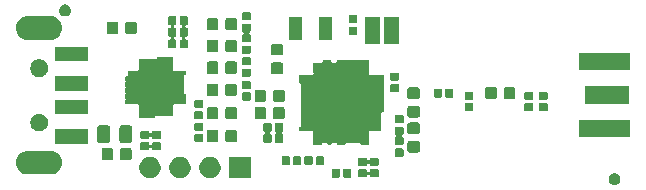
<source format=gbr>
G04 #@! TF.GenerationSoftware,KiCad,Pcbnew,(5.1.5)-3*
G04 #@! TF.CreationDate,2020-07-02T22:05:55+02:00*
G04 #@! TF.ProjectId,Theo3,5468656f-332e-46b6-9963-61645f706362,rev?*
G04 #@! TF.SameCoordinates,Original*
G04 #@! TF.FileFunction,Soldermask,Top*
G04 #@! TF.FilePolarity,Negative*
%FSLAX46Y46*%
G04 Gerber Fmt 4.6, Leading zero omitted, Abs format (unit mm)*
G04 Created by KiCad (PCBNEW (5.1.5)-3) date 2020-07-02 22:05:55*
%MOMM*%
%LPD*%
G04 APERTURE LIST*
%ADD10C,0.100000*%
G04 APERTURE END LIST*
D10*
G36*
X87826643Y-80037214D02*
G01*
X87883290Y-80060678D01*
X87917639Y-80074906D01*
X87958863Y-80102451D01*
X87999530Y-80129624D01*
X88069176Y-80199270D01*
X88084813Y-80222672D01*
X88115999Y-80269345D01*
X88123895Y-80281163D01*
X88161586Y-80372157D01*
X88180800Y-80468753D01*
X88180800Y-80567247D01*
X88161586Y-80663843D01*
X88161585Y-80663845D01*
X88123894Y-80754839D01*
X88069175Y-80836731D01*
X87999531Y-80906375D01*
X87917639Y-80961094D01*
X87917638Y-80961095D01*
X87917637Y-80961095D01*
X87826643Y-80998786D01*
X87730047Y-81018000D01*
X87631553Y-81018000D01*
X87534957Y-80998786D01*
X87443963Y-80961095D01*
X87443962Y-80961095D01*
X87443961Y-80961094D01*
X87362069Y-80906375D01*
X87292425Y-80836731D01*
X87237706Y-80754839D01*
X87200015Y-80663845D01*
X87200014Y-80663843D01*
X87180800Y-80567247D01*
X87180800Y-80468753D01*
X87200014Y-80372157D01*
X87237705Y-80281163D01*
X87245602Y-80269345D01*
X87276787Y-80222672D01*
X87292424Y-80199270D01*
X87362070Y-80129624D01*
X87402737Y-80102451D01*
X87443961Y-80074906D01*
X87478310Y-80060678D01*
X87534957Y-80037214D01*
X87631553Y-80018000D01*
X87730047Y-80018000D01*
X87826643Y-80037214D01*
G37*
G36*
X56857200Y-80453800D02*
G01*
X55055200Y-80453800D01*
X55055200Y-78651800D01*
X56857200Y-78651800D01*
X56857200Y-80453800D01*
G37*
G36*
X48449712Y-78656727D02*
G01*
X48599012Y-78686424D01*
X48762984Y-78754344D01*
X48910554Y-78852947D01*
X49036053Y-78978446D01*
X49134656Y-79126016D01*
X49202576Y-79289988D01*
X49237200Y-79464059D01*
X49237200Y-79641541D01*
X49202576Y-79815612D01*
X49134656Y-79979584D01*
X49036053Y-80127154D01*
X48910554Y-80252653D01*
X48762984Y-80351256D01*
X48599012Y-80419176D01*
X48449712Y-80448873D01*
X48424942Y-80453800D01*
X48247458Y-80453800D01*
X48222688Y-80448873D01*
X48073388Y-80419176D01*
X47909416Y-80351256D01*
X47761846Y-80252653D01*
X47636347Y-80127154D01*
X47537744Y-79979584D01*
X47469824Y-79815612D01*
X47435200Y-79641541D01*
X47435200Y-79464059D01*
X47469824Y-79289988D01*
X47537744Y-79126016D01*
X47636347Y-78978446D01*
X47761846Y-78852947D01*
X47909416Y-78754344D01*
X48073388Y-78686424D01*
X48222688Y-78656727D01*
X48247458Y-78651800D01*
X48424942Y-78651800D01*
X48449712Y-78656727D01*
G37*
G36*
X50989712Y-78656727D02*
G01*
X51139012Y-78686424D01*
X51302984Y-78754344D01*
X51450554Y-78852947D01*
X51576053Y-78978446D01*
X51674656Y-79126016D01*
X51742576Y-79289988D01*
X51777200Y-79464059D01*
X51777200Y-79641541D01*
X51742576Y-79815612D01*
X51674656Y-79979584D01*
X51576053Y-80127154D01*
X51450554Y-80252653D01*
X51302984Y-80351256D01*
X51139012Y-80419176D01*
X50989712Y-80448873D01*
X50964942Y-80453800D01*
X50787458Y-80453800D01*
X50762688Y-80448873D01*
X50613388Y-80419176D01*
X50449416Y-80351256D01*
X50301846Y-80252653D01*
X50176347Y-80127154D01*
X50077744Y-79979584D01*
X50009824Y-79815612D01*
X49975200Y-79641541D01*
X49975200Y-79464059D01*
X50009824Y-79289988D01*
X50077744Y-79126016D01*
X50176347Y-78978446D01*
X50301846Y-78852947D01*
X50449416Y-78754344D01*
X50613388Y-78686424D01*
X50762688Y-78656727D01*
X50787458Y-78651800D01*
X50964942Y-78651800D01*
X50989712Y-78656727D01*
G37*
G36*
X53529712Y-78656727D02*
G01*
X53679012Y-78686424D01*
X53842984Y-78754344D01*
X53990554Y-78852947D01*
X54116053Y-78978446D01*
X54214656Y-79126016D01*
X54282576Y-79289988D01*
X54317200Y-79464059D01*
X54317200Y-79641541D01*
X54282576Y-79815612D01*
X54214656Y-79979584D01*
X54116053Y-80127154D01*
X53990554Y-80252653D01*
X53842984Y-80351256D01*
X53679012Y-80419176D01*
X53529712Y-80448873D01*
X53504942Y-80453800D01*
X53327458Y-80453800D01*
X53302688Y-80448873D01*
X53153388Y-80419176D01*
X52989416Y-80351256D01*
X52841846Y-80252653D01*
X52716347Y-80127154D01*
X52617744Y-79979584D01*
X52549824Y-79815612D01*
X52515200Y-79641541D01*
X52515200Y-79464059D01*
X52549824Y-79289988D01*
X52617744Y-79126016D01*
X52716347Y-78978446D01*
X52841846Y-78852947D01*
X52989416Y-78754344D01*
X53153388Y-78686424D01*
X53302688Y-78656727D01*
X53327458Y-78651800D01*
X53504942Y-78651800D01*
X53529712Y-78656727D01*
G37*
G36*
X64338738Y-79667116D02*
G01*
X64359357Y-79673371D01*
X64378353Y-79683524D01*
X64395008Y-79697192D01*
X64408676Y-79713847D01*
X64418829Y-79732843D01*
X64425084Y-79753462D01*
X64427800Y-79781040D01*
X64427800Y-80289760D01*
X64425084Y-80317338D01*
X64418829Y-80337957D01*
X64408676Y-80356953D01*
X64395008Y-80373608D01*
X64378353Y-80387276D01*
X64359357Y-80397429D01*
X64338738Y-80403684D01*
X64311160Y-80406400D01*
X63852440Y-80406400D01*
X63824862Y-80403684D01*
X63804243Y-80397429D01*
X63785247Y-80387276D01*
X63768592Y-80373608D01*
X63754924Y-80356953D01*
X63744771Y-80337957D01*
X63738516Y-80317338D01*
X63735800Y-80289760D01*
X63735800Y-79781040D01*
X63738516Y-79753462D01*
X63744771Y-79732843D01*
X63754924Y-79713847D01*
X63768592Y-79697192D01*
X63785247Y-79683524D01*
X63804243Y-79673371D01*
X63824862Y-79667116D01*
X63852440Y-79664400D01*
X64311160Y-79664400D01*
X64338738Y-79667116D01*
G37*
G36*
X65308738Y-79667116D02*
G01*
X65329357Y-79673371D01*
X65348353Y-79683524D01*
X65365008Y-79697192D01*
X65378676Y-79713847D01*
X65388829Y-79732843D01*
X65395084Y-79753462D01*
X65397800Y-79781040D01*
X65397800Y-80289760D01*
X65395084Y-80317338D01*
X65388829Y-80337957D01*
X65378676Y-80356953D01*
X65365008Y-80373608D01*
X65348353Y-80387276D01*
X65329357Y-80397429D01*
X65308738Y-80403684D01*
X65281160Y-80406400D01*
X64822440Y-80406400D01*
X64794862Y-80403684D01*
X64774243Y-80397429D01*
X64755247Y-80387276D01*
X64738592Y-80373608D01*
X64724924Y-80356953D01*
X64714771Y-80337957D01*
X64708516Y-80317338D01*
X64705800Y-80289760D01*
X64705800Y-79781040D01*
X64708516Y-79753462D01*
X64714771Y-79732843D01*
X64724924Y-79713847D01*
X64738592Y-79697192D01*
X64755247Y-79683524D01*
X64774243Y-79673371D01*
X64794862Y-79667116D01*
X64822440Y-79664400D01*
X65281160Y-79664400D01*
X65308738Y-79667116D01*
G37*
G36*
X66626738Y-79694516D02*
G01*
X66647357Y-79700771D01*
X66666353Y-79710924D01*
X66683008Y-79724592D01*
X66696676Y-79741247D01*
X66706829Y-79760243D01*
X66713084Y-79780862D01*
X66715821Y-79808654D01*
X66720601Y-79832687D01*
X66729978Y-79855326D01*
X66743592Y-79875701D01*
X66760919Y-79893028D01*
X66781293Y-79906642D01*
X66803932Y-79916019D01*
X66827965Y-79920800D01*
X66852469Y-79920800D01*
X66876502Y-79916020D01*
X66899141Y-79906643D01*
X66919516Y-79893029D01*
X66936843Y-79875702D01*
X66950457Y-79855328D01*
X66959834Y-79832689D01*
X66964615Y-79808655D01*
X66967116Y-79783262D01*
X66973371Y-79762643D01*
X66983524Y-79743647D01*
X66997192Y-79726992D01*
X67013847Y-79713324D01*
X67032843Y-79703171D01*
X67053462Y-79696916D01*
X67081040Y-79694200D01*
X67589760Y-79694200D01*
X67617338Y-79696916D01*
X67637957Y-79703171D01*
X67656953Y-79713324D01*
X67673608Y-79726992D01*
X67687276Y-79743647D01*
X67697429Y-79762643D01*
X67703684Y-79783262D01*
X67706400Y-79810840D01*
X67706400Y-80269560D01*
X67703684Y-80297138D01*
X67697429Y-80317757D01*
X67687276Y-80336753D01*
X67673608Y-80353408D01*
X67656953Y-80367076D01*
X67637957Y-80377229D01*
X67617338Y-80383484D01*
X67589760Y-80386200D01*
X67081040Y-80386200D01*
X67053462Y-80383484D01*
X67032843Y-80377229D01*
X67013847Y-80367076D01*
X66997192Y-80353408D01*
X66983524Y-80336753D01*
X66973371Y-80317757D01*
X66967116Y-80297138D01*
X66964379Y-80269346D01*
X66959599Y-80245313D01*
X66950222Y-80222674D01*
X66936608Y-80202299D01*
X66919281Y-80184972D01*
X66898907Y-80171358D01*
X66876268Y-80161981D01*
X66852235Y-80157200D01*
X66827731Y-80157200D01*
X66803698Y-80161980D01*
X66781059Y-80171357D01*
X66760684Y-80184971D01*
X66743357Y-80202298D01*
X66729743Y-80222672D01*
X66720366Y-80245311D01*
X66715585Y-80269345D01*
X66713084Y-80294738D01*
X66706829Y-80315357D01*
X66696676Y-80334353D01*
X66683008Y-80351008D01*
X66666353Y-80364676D01*
X66647357Y-80374829D01*
X66626738Y-80381084D01*
X66599160Y-80383800D01*
X66090440Y-80383800D01*
X66062862Y-80381084D01*
X66042243Y-80374829D01*
X66023247Y-80364676D01*
X66006592Y-80351008D01*
X65992924Y-80334353D01*
X65982771Y-80315357D01*
X65976516Y-80294738D01*
X65973800Y-80267160D01*
X65973800Y-79808440D01*
X65976516Y-79780862D01*
X65982771Y-79760243D01*
X65992924Y-79741247D01*
X66006592Y-79724592D01*
X66023247Y-79710924D01*
X66042243Y-79700771D01*
X66062862Y-79694516D01*
X66090440Y-79691800D01*
X66599160Y-79691800D01*
X66626738Y-79694516D01*
G37*
G36*
X40101028Y-78144883D02*
G01*
X40289722Y-78202123D01*
X40463615Y-78295071D01*
X40616039Y-78420161D01*
X40741129Y-78572585D01*
X40834077Y-78746478D01*
X40834078Y-78746481D01*
X40836463Y-78754344D01*
X40891317Y-78935172D01*
X40910643Y-79131400D01*
X40891317Y-79327628D01*
X40834077Y-79516322D01*
X40741129Y-79690215D01*
X40616039Y-79842639D01*
X40463615Y-79967729D01*
X40289722Y-80060677D01*
X40101028Y-80117917D01*
X39953975Y-80132400D01*
X37955625Y-80132400D01*
X37808572Y-80117917D01*
X37619878Y-80060677D01*
X37445985Y-79967729D01*
X37293561Y-79842639D01*
X37168471Y-79690215D01*
X37075523Y-79516322D01*
X37018283Y-79327628D01*
X36998957Y-79131400D01*
X37018283Y-78935172D01*
X37073137Y-78754344D01*
X37075522Y-78746481D01*
X37075523Y-78746478D01*
X37168471Y-78572585D01*
X37293561Y-78420161D01*
X37445985Y-78295071D01*
X37619878Y-78202123D01*
X37808572Y-78144883D01*
X37955625Y-78130400D01*
X39953975Y-78130400D01*
X40101028Y-78144883D01*
G37*
G36*
X66626738Y-78724516D02*
G01*
X66647357Y-78730771D01*
X66666353Y-78740924D01*
X66683008Y-78754592D01*
X66696676Y-78771247D01*
X66706829Y-78790243D01*
X66713084Y-78810862D01*
X66715821Y-78838654D01*
X66720601Y-78862687D01*
X66729978Y-78885326D01*
X66743592Y-78905701D01*
X66760919Y-78923028D01*
X66781293Y-78936642D01*
X66803932Y-78946019D01*
X66827965Y-78950800D01*
X66852469Y-78950800D01*
X66876502Y-78946020D01*
X66899141Y-78936643D01*
X66919516Y-78923029D01*
X66936843Y-78905702D01*
X66950457Y-78885328D01*
X66959834Y-78862689D01*
X66964615Y-78838655D01*
X66967116Y-78813262D01*
X66973371Y-78792643D01*
X66983524Y-78773647D01*
X66997192Y-78756992D01*
X67013847Y-78743324D01*
X67032843Y-78733171D01*
X67053462Y-78726916D01*
X67081040Y-78724200D01*
X67589760Y-78724200D01*
X67617338Y-78726916D01*
X67637957Y-78733171D01*
X67656953Y-78743324D01*
X67673608Y-78756992D01*
X67687276Y-78773647D01*
X67697429Y-78792643D01*
X67703684Y-78813262D01*
X67706400Y-78840840D01*
X67706400Y-79299560D01*
X67703684Y-79327138D01*
X67697429Y-79347757D01*
X67687276Y-79366753D01*
X67673608Y-79383408D01*
X67656953Y-79397076D01*
X67637957Y-79407229D01*
X67617338Y-79413484D01*
X67589760Y-79416200D01*
X67081040Y-79416200D01*
X67053462Y-79413484D01*
X67032843Y-79407229D01*
X67013847Y-79397076D01*
X66997192Y-79383408D01*
X66983524Y-79366753D01*
X66973371Y-79347757D01*
X66967116Y-79327138D01*
X66964379Y-79299346D01*
X66959599Y-79275313D01*
X66950222Y-79252674D01*
X66936608Y-79232299D01*
X66919281Y-79214972D01*
X66898907Y-79201358D01*
X66876268Y-79191981D01*
X66852235Y-79187200D01*
X66827731Y-79187200D01*
X66803698Y-79191980D01*
X66781059Y-79201357D01*
X66760684Y-79214971D01*
X66743357Y-79232298D01*
X66729743Y-79252672D01*
X66720366Y-79275311D01*
X66715585Y-79299345D01*
X66713084Y-79324738D01*
X66706829Y-79345357D01*
X66696676Y-79364353D01*
X66683008Y-79381008D01*
X66666353Y-79394676D01*
X66647357Y-79404829D01*
X66626738Y-79411084D01*
X66599160Y-79413800D01*
X66090440Y-79413800D01*
X66062862Y-79411084D01*
X66042243Y-79404829D01*
X66023247Y-79394676D01*
X66006592Y-79381008D01*
X65992924Y-79364353D01*
X65982771Y-79345357D01*
X65976516Y-79324738D01*
X65973800Y-79297160D01*
X65973800Y-78838440D01*
X65976516Y-78810862D01*
X65982771Y-78790243D01*
X65992924Y-78771247D01*
X66006592Y-78754592D01*
X66023247Y-78740924D01*
X66042243Y-78730771D01*
X66062862Y-78724516D01*
X66090440Y-78721800D01*
X66599160Y-78721800D01*
X66626738Y-78724516D01*
G37*
G36*
X62027338Y-78600316D02*
G01*
X62047957Y-78606571D01*
X62066953Y-78616724D01*
X62083608Y-78630392D01*
X62097276Y-78647047D01*
X62107429Y-78666043D01*
X62113684Y-78686662D01*
X62116400Y-78714240D01*
X62116400Y-79222960D01*
X62113684Y-79250538D01*
X62107429Y-79271157D01*
X62097276Y-79290153D01*
X62083608Y-79306808D01*
X62066953Y-79320476D01*
X62047957Y-79330629D01*
X62027338Y-79336884D01*
X61999760Y-79339600D01*
X61541040Y-79339600D01*
X61513462Y-79336884D01*
X61492843Y-79330629D01*
X61473847Y-79320476D01*
X61457192Y-79306808D01*
X61443524Y-79290153D01*
X61433371Y-79271157D01*
X61427116Y-79250538D01*
X61424400Y-79222960D01*
X61424400Y-78714240D01*
X61427116Y-78686662D01*
X61433371Y-78666043D01*
X61443524Y-78647047D01*
X61457192Y-78630392D01*
X61473847Y-78616724D01*
X61492843Y-78606571D01*
X61513462Y-78600316D01*
X61541040Y-78597600D01*
X61999760Y-78597600D01*
X62027338Y-78600316D01*
G37*
G36*
X62997338Y-78600316D02*
G01*
X63017957Y-78606571D01*
X63036953Y-78616724D01*
X63053608Y-78630392D01*
X63067276Y-78647047D01*
X63077429Y-78666043D01*
X63083684Y-78686662D01*
X63086400Y-78714240D01*
X63086400Y-79222960D01*
X63083684Y-79250538D01*
X63077429Y-79271157D01*
X63067276Y-79290153D01*
X63053608Y-79306808D01*
X63036953Y-79320476D01*
X63017957Y-79330629D01*
X62997338Y-79336884D01*
X62969760Y-79339600D01*
X62511040Y-79339600D01*
X62483462Y-79336884D01*
X62462843Y-79330629D01*
X62443847Y-79320476D01*
X62427192Y-79306808D01*
X62413524Y-79290153D01*
X62403371Y-79271157D01*
X62397116Y-79250538D01*
X62394400Y-79222960D01*
X62394400Y-78714240D01*
X62397116Y-78686662D01*
X62403371Y-78666043D01*
X62413524Y-78647047D01*
X62427192Y-78630392D01*
X62443847Y-78616724D01*
X62462843Y-78606571D01*
X62483462Y-78600316D01*
X62511040Y-78597600D01*
X62969760Y-78597600D01*
X62997338Y-78600316D01*
G37*
G36*
X60096938Y-78600316D02*
G01*
X60117557Y-78606571D01*
X60136553Y-78616724D01*
X60153208Y-78630392D01*
X60166876Y-78647047D01*
X60177029Y-78666043D01*
X60183284Y-78686662D01*
X60186000Y-78714240D01*
X60186000Y-79222960D01*
X60183284Y-79250538D01*
X60177029Y-79271157D01*
X60166876Y-79290153D01*
X60153208Y-79306808D01*
X60136553Y-79320476D01*
X60117557Y-79330629D01*
X60096938Y-79336884D01*
X60069360Y-79339600D01*
X59610640Y-79339600D01*
X59583062Y-79336884D01*
X59562443Y-79330629D01*
X59543447Y-79320476D01*
X59526792Y-79306808D01*
X59513124Y-79290153D01*
X59502971Y-79271157D01*
X59496716Y-79250538D01*
X59494000Y-79222960D01*
X59494000Y-78714240D01*
X59496716Y-78686662D01*
X59502971Y-78666043D01*
X59513124Y-78647047D01*
X59526792Y-78630392D01*
X59543447Y-78616724D01*
X59562443Y-78606571D01*
X59583062Y-78600316D01*
X59610640Y-78597600D01*
X60069360Y-78597600D01*
X60096938Y-78600316D01*
G37*
G36*
X61066938Y-78600316D02*
G01*
X61087557Y-78606571D01*
X61106553Y-78616724D01*
X61123208Y-78630392D01*
X61136876Y-78647047D01*
X61147029Y-78666043D01*
X61153284Y-78686662D01*
X61156000Y-78714240D01*
X61156000Y-79222960D01*
X61153284Y-79250538D01*
X61147029Y-79271157D01*
X61136876Y-79290153D01*
X61123208Y-79306808D01*
X61106553Y-79320476D01*
X61087557Y-79330629D01*
X61066938Y-79336884D01*
X61039360Y-79339600D01*
X60580640Y-79339600D01*
X60553062Y-79336884D01*
X60532443Y-79330629D01*
X60513447Y-79320476D01*
X60496792Y-79306808D01*
X60483124Y-79290153D01*
X60472971Y-79271157D01*
X60466716Y-79250538D01*
X60464000Y-79222960D01*
X60464000Y-78714240D01*
X60466716Y-78686662D01*
X60472971Y-78666043D01*
X60483124Y-78647047D01*
X60496792Y-78630392D01*
X60513447Y-78616724D01*
X60532443Y-78606571D01*
X60553062Y-78600316D01*
X60580640Y-78597600D01*
X61039360Y-78597600D01*
X61066938Y-78600316D01*
G37*
G36*
X45071391Y-77887885D02*
G01*
X45105369Y-77898193D01*
X45136690Y-77914934D01*
X45164139Y-77937461D01*
X45186666Y-77964910D01*
X45203407Y-77996231D01*
X45213715Y-78030209D01*
X45217800Y-78071690D01*
X45217800Y-78747910D01*
X45213715Y-78789391D01*
X45203407Y-78823369D01*
X45186666Y-78854690D01*
X45164139Y-78882139D01*
X45136690Y-78904666D01*
X45105369Y-78921407D01*
X45071391Y-78931715D01*
X45029910Y-78935800D01*
X44428690Y-78935800D01*
X44387209Y-78931715D01*
X44353231Y-78921407D01*
X44321910Y-78904666D01*
X44294461Y-78882139D01*
X44271934Y-78854690D01*
X44255193Y-78823369D01*
X44244885Y-78789391D01*
X44240800Y-78747910D01*
X44240800Y-78071690D01*
X44244885Y-78030209D01*
X44255193Y-77996231D01*
X44271934Y-77964910D01*
X44294461Y-77937461D01*
X44321910Y-77914934D01*
X44353231Y-77898193D01*
X44387209Y-77887885D01*
X44428690Y-77883800D01*
X45029910Y-77883800D01*
X45071391Y-77887885D01*
G37*
G36*
X46646391Y-77887885D02*
G01*
X46680369Y-77898193D01*
X46711690Y-77914934D01*
X46739139Y-77937461D01*
X46761666Y-77964910D01*
X46778407Y-77996231D01*
X46788715Y-78030209D01*
X46792800Y-78071690D01*
X46792800Y-78747910D01*
X46788715Y-78789391D01*
X46778407Y-78823369D01*
X46761666Y-78854690D01*
X46739139Y-78882139D01*
X46711690Y-78904666D01*
X46680369Y-78921407D01*
X46646391Y-78931715D01*
X46604910Y-78935800D01*
X46003690Y-78935800D01*
X45962209Y-78931715D01*
X45928231Y-78921407D01*
X45896910Y-78904666D01*
X45869461Y-78882139D01*
X45846934Y-78854690D01*
X45830193Y-78823369D01*
X45819885Y-78789391D01*
X45815800Y-78747910D01*
X45815800Y-78071690D01*
X45819885Y-78030209D01*
X45830193Y-77996231D01*
X45846934Y-77964910D01*
X45869461Y-77937461D01*
X45896910Y-77914934D01*
X45928231Y-77898193D01*
X45962209Y-77887885D01*
X46003690Y-77883800D01*
X46604910Y-77883800D01*
X46646391Y-77887885D01*
G37*
G36*
X69725538Y-77941916D02*
G01*
X69746157Y-77948171D01*
X69765153Y-77958324D01*
X69781808Y-77971992D01*
X69795476Y-77988647D01*
X69805629Y-78007643D01*
X69811884Y-78028262D01*
X69814600Y-78055840D01*
X69814600Y-78514560D01*
X69811884Y-78542138D01*
X69805629Y-78562757D01*
X69795476Y-78581753D01*
X69781808Y-78598408D01*
X69765153Y-78612076D01*
X69746157Y-78622229D01*
X69725538Y-78628484D01*
X69697960Y-78631200D01*
X69189240Y-78631200D01*
X69161662Y-78628484D01*
X69141043Y-78622229D01*
X69122047Y-78612076D01*
X69105392Y-78598408D01*
X69091724Y-78581753D01*
X69081571Y-78562757D01*
X69075316Y-78542138D01*
X69072600Y-78514560D01*
X69072600Y-78055840D01*
X69075316Y-78028262D01*
X69081571Y-78007643D01*
X69091724Y-77988647D01*
X69105392Y-77971992D01*
X69122047Y-77958324D01*
X69141043Y-77948171D01*
X69161662Y-77941916D01*
X69189240Y-77939200D01*
X69697960Y-77939200D01*
X69725538Y-77941916D01*
G37*
G36*
X71042391Y-77315885D02*
G01*
X71076369Y-77326193D01*
X71107690Y-77342934D01*
X71135139Y-77365461D01*
X71157666Y-77392910D01*
X71174407Y-77424231D01*
X71184715Y-77458209D01*
X71188800Y-77499690D01*
X71188800Y-78100910D01*
X71184715Y-78142391D01*
X71174407Y-78176369D01*
X71157666Y-78207690D01*
X71135139Y-78235139D01*
X71107690Y-78257666D01*
X71076369Y-78274407D01*
X71042391Y-78284715D01*
X71000910Y-78288800D01*
X70324690Y-78288800D01*
X70283209Y-78284715D01*
X70249231Y-78274407D01*
X70217910Y-78257666D01*
X70190461Y-78235139D01*
X70167934Y-78207690D01*
X70151193Y-78176369D01*
X70140885Y-78142391D01*
X70136800Y-78100910D01*
X70136800Y-77499690D01*
X70140885Y-77458209D01*
X70151193Y-77424231D01*
X70167934Y-77392910D01*
X70190461Y-77365461D01*
X70217910Y-77342934D01*
X70249231Y-77326193D01*
X70283209Y-77315885D01*
X70324690Y-77311800D01*
X71000910Y-77311800D01*
X71042391Y-77315885D01*
G37*
G36*
X48186338Y-77408516D02*
G01*
X48206957Y-77414771D01*
X48225953Y-77424924D01*
X48242608Y-77438592D01*
X48256276Y-77455247D01*
X48266429Y-77474243D01*
X48272684Y-77494862D01*
X48275303Y-77521455D01*
X48280083Y-77545488D01*
X48289461Y-77568127D01*
X48303074Y-77588501D01*
X48320401Y-77605828D01*
X48340776Y-77619442D01*
X48363414Y-77628819D01*
X48387448Y-77633600D01*
X48411952Y-77633600D01*
X48435985Y-77628820D01*
X48458624Y-77619442D01*
X48478998Y-77605829D01*
X48496325Y-77588502D01*
X48509939Y-77568127D01*
X48519316Y-77545489D01*
X48524097Y-77521455D01*
X48526716Y-77494862D01*
X48532971Y-77474243D01*
X48543124Y-77455247D01*
X48556792Y-77438592D01*
X48573447Y-77424924D01*
X48592443Y-77414771D01*
X48613062Y-77408516D01*
X48640640Y-77405800D01*
X49149360Y-77405800D01*
X49176938Y-77408516D01*
X49197557Y-77414771D01*
X49216553Y-77424924D01*
X49233208Y-77438592D01*
X49246876Y-77455247D01*
X49257029Y-77474243D01*
X49263284Y-77494862D01*
X49266000Y-77522440D01*
X49266000Y-77981160D01*
X49263284Y-78008738D01*
X49257029Y-78029357D01*
X49246876Y-78048353D01*
X49233208Y-78065008D01*
X49216553Y-78078676D01*
X49197557Y-78088829D01*
X49176938Y-78095084D01*
X49149360Y-78097800D01*
X48640640Y-78097800D01*
X48613062Y-78095084D01*
X48592443Y-78088829D01*
X48573447Y-78078676D01*
X48556792Y-78065008D01*
X48543124Y-78048353D01*
X48532971Y-78029357D01*
X48526716Y-78008738D01*
X48524097Y-77982145D01*
X48519317Y-77958112D01*
X48509939Y-77935473D01*
X48496326Y-77915099D01*
X48478999Y-77897772D01*
X48458624Y-77884158D01*
X48435986Y-77874781D01*
X48411952Y-77870000D01*
X48387448Y-77870000D01*
X48363415Y-77874780D01*
X48340776Y-77884158D01*
X48320402Y-77897771D01*
X48303075Y-77915098D01*
X48289461Y-77935473D01*
X48280084Y-77958111D01*
X48275303Y-77982145D01*
X48272684Y-78008738D01*
X48266429Y-78029357D01*
X48256276Y-78048353D01*
X48242608Y-78065008D01*
X48225953Y-78078676D01*
X48206957Y-78088829D01*
X48186338Y-78095084D01*
X48158760Y-78097800D01*
X47650040Y-78097800D01*
X47622462Y-78095084D01*
X47601843Y-78088829D01*
X47582847Y-78078676D01*
X47566192Y-78065008D01*
X47552524Y-78048353D01*
X47542371Y-78029357D01*
X47536116Y-78008738D01*
X47533400Y-77981160D01*
X47533400Y-77522440D01*
X47536116Y-77494862D01*
X47542371Y-77474243D01*
X47552524Y-77455247D01*
X47566192Y-77438592D01*
X47582847Y-77424924D01*
X47601843Y-77414771D01*
X47622462Y-77408516D01*
X47650040Y-77405800D01*
X48158760Y-77405800D01*
X48186338Y-77408516D01*
G37*
G36*
X63278216Y-70469443D02*
G01*
X63282356Y-70470699D01*
X63301516Y-70478635D01*
X63325550Y-70483415D01*
X63350054Y-70483415D01*
X63374087Y-70478634D01*
X63393245Y-70470699D01*
X63397384Y-70469443D01*
X63405943Y-70468600D01*
X63669657Y-70468600D01*
X63678216Y-70469443D01*
X63680545Y-70470150D01*
X63682687Y-70471295D01*
X63684565Y-70472835D01*
X63686105Y-70474713D01*
X63687250Y-70476855D01*
X63687957Y-70479184D01*
X63688800Y-70487743D01*
X63688800Y-70543601D01*
X63691202Y-70567987D01*
X63698315Y-70591436D01*
X63709866Y-70613047D01*
X63725411Y-70631989D01*
X63744353Y-70647534D01*
X63765964Y-70659085D01*
X63789413Y-70666198D01*
X63813799Y-70668600D01*
X64061801Y-70668600D01*
X64086187Y-70666198D01*
X64109636Y-70659085D01*
X64131247Y-70647534D01*
X64150189Y-70631989D01*
X64165734Y-70613047D01*
X64177285Y-70591436D01*
X64184398Y-70567987D01*
X64186800Y-70543601D01*
X64186800Y-70487743D01*
X64187643Y-70479184D01*
X64188350Y-70476855D01*
X64189495Y-70474713D01*
X64191035Y-70472835D01*
X64192913Y-70471295D01*
X64195055Y-70470150D01*
X64197384Y-70469443D01*
X64205943Y-70468600D01*
X64469657Y-70468600D01*
X64478216Y-70469443D01*
X64482356Y-70470699D01*
X64501516Y-70478635D01*
X64525550Y-70483415D01*
X64550054Y-70483415D01*
X64574087Y-70478634D01*
X64593245Y-70470699D01*
X64597384Y-70469443D01*
X64605943Y-70468600D01*
X64869657Y-70468600D01*
X64878216Y-70469443D01*
X64882356Y-70470699D01*
X64901516Y-70478635D01*
X64925550Y-70483415D01*
X64950054Y-70483415D01*
X64974087Y-70478634D01*
X64993245Y-70470699D01*
X64997384Y-70469443D01*
X65005943Y-70468600D01*
X65269657Y-70468600D01*
X65278216Y-70469443D01*
X65282356Y-70470699D01*
X65301516Y-70478635D01*
X65325550Y-70483415D01*
X65350054Y-70483415D01*
X65374087Y-70478634D01*
X65393245Y-70470699D01*
X65397384Y-70469443D01*
X65405943Y-70468600D01*
X65669657Y-70468600D01*
X65678216Y-70469443D01*
X65682356Y-70470699D01*
X65701516Y-70478635D01*
X65725550Y-70483415D01*
X65750054Y-70483415D01*
X65774087Y-70478634D01*
X65793245Y-70470699D01*
X65797384Y-70469443D01*
X65805943Y-70468600D01*
X66069657Y-70468600D01*
X66078216Y-70469443D01*
X66082356Y-70470699D01*
X66101516Y-70478635D01*
X66125550Y-70483415D01*
X66150054Y-70483415D01*
X66174087Y-70478634D01*
X66193245Y-70470699D01*
X66197384Y-70469443D01*
X66205943Y-70468600D01*
X66469657Y-70468600D01*
X66478216Y-70469443D01*
X66482356Y-70470699D01*
X66501516Y-70478635D01*
X66525550Y-70483415D01*
X66550054Y-70483415D01*
X66574087Y-70478634D01*
X66593245Y-70470699D01*
X66597384Y-70469443D01*
X66605943Y-70468600D01*
X66869657Y-70468600D01*
X66878216Y-70469443D01*
X66880545Y-70470150D01*
X66882687Y-70471295D01*
X66884565Y-70472835D01*
X66886105Y-70474713D01*
X66887250Y-70476855D01*
X66887957Y-70479184D01*
X66888800Y-70487743D01*
X66888800Y-71551457D01*
X66887957Y-71560016D01*
X66886422Y-71565076D01*
X66881642Y-71589109D01*
X66881642Y-71613613D01*
X66886423Y-71637647D01*
X66895800Y-71660285D01*
X66909414Y-71680660D01*
X66926741Y-71697987D01*
X66947115Y-71711600D01*
X66969754Y-71720978D01*
X66993787Y-71725758D01*
X67018291Y-71725758D01*
X67042324Y-71720978D01*
X67047384Y-71719443D01*
X67055943Y-71718600D01*
X68119657Y-71718600D01*
X68128216Y-71719443D01*
X68130545Y-71720150D01*
X68132687Y-71721295D01*
X68134565Y-71722835D01*
X68136105Y-71724713D01*
X68137250Y-71726855D01*
X68137957Y-71729184D01*
X68138800Y-71737743D01*
X68138800Y-72001457D01*
X68137957Y-72010016D01*
X68136701Y-72014156D01*
X68128765Y-72033316D01*
X68123985Y-72057350D01*
X68123985Y-72081854D01*
X68128766Y-72105887D01*
X68136701Y-72125045D01*
X68137957Y-72129184D01*
X68138800Y-72137743D01*
X68138800Y-72401457D01*
X68137957Y-72410016D01*
X68136701Y-72414156D01*
X68128765Y-72433316D01*
X68123985Y-72457350D01*
X68123985Y-72481854D01*
X68128766Y-72505887D01*
X68136701Y-72525045D01*
X68137957Y-72529184D01*
X68138800Y-72537743D01*
X68138800Y-72801457D01*
X68137957Y-72810016D01*
X68136701Y-72814156D01*
X68128765Y-72833316D01*
X68123985Y-72857350D01*
X68123985Y-72881854D01*
X68128766Y-72905887D01*
X68136701Y-72925045D01*
X68137957Y-72929184D01*
X68138800Y-72937743D01*
X68138800Y-73201457D01*
X68137957Y-73210016D01*
X68136701Y-73214156D01*
X68128765Y-73233316D01*
X68123985Y-73257350D01*
X68123985Y-73281854D01*
X68128766Y-73305887D01*
X68136701Y-73325045D01*
X68137957Y-73329184D01*
X68138800Y-73337743D01*
X68138800Y-73601457D01*
X68137957Y-73610016D01*
X68136701Y-73614156D01*
X68128765Y-73633316D01*
X68123985Y-73657350D01*
X68123985Y-73681854D01*
X68128766Y-73705887D01*
X68136701Y-73725045D01*
X68137957Y-73729184D01*
X68138800Y-73737743D01*
X68138800Y-74001457D01*
X68137957Y-74010016D01*
X68136701Y-74014156D01*
X68128765Y-74033316D01*
X68123985Y-74057350D01*
X68123985Y-74081854D01*
X68128766Y-74105887D01*
X68136701Y-74125045D01*
X68137957Y-74129184D01*
X68138800Y-74137743D01*
X68138800Y-74401457D01*
X68137957Y-74410016D01*
X68136701Y-74414156D01*
X68128765Y-74433316D01*
X68123985Y-74457350D01*
X68123985Y-74481854D01*
X68128766Y-74505887D01*
X68136701Y-74525045D01*
X68137957Y-74529184D01*
X68138800Y-74537743D01*
X68138800Y-74801457D01*
X68137957Y-74810016D01*
X68137250Y-74812345D01*
X68136105Y-74814487D01*
X68134565Y-74816365D01*
X68132687Y-74817905D01*
X68130545Y-74819050D01*
X68128216Y-74819757D01*
X68119657Y-74820600D01*
X68063799Y-74820600D01*
X68039413Y-74823002D01*
X68015964Y-74830115D01*
X67994353Y-74841666D01*
X67975411Y-74857211D01*
X67959866Y-74876153D01*
X67948315Y-74897764D01*
X67941202Y-74921213D01*
X67938800Y-74945599D01*
X67938800Y-75201457D01*
X67937957Y-75210016D01*
X67936701Y-75214156D01*
X67928765Y-75233316D01*
X67923985Y-75257350D01*
X67923985Y-75281854D01*
X67928766Y-75305887D01*
X67936701Y-75325045D01*
X67937957Y-75329184D01*
X67938800Y-75337743D01*
X67938800Y-75601457D01*
X67937957Y-75610016D01*
X67936701Y-75614156D01*
X67928765Y-75633316D01*
X67923985Y-75657350D01*
X67923985Y-75681854D01*
X67928766Y-75705887D01*
X67936701Y-75725045D01*
X67937957Y-75729184D01*
X67938800Y-75737743D01*
X67938800Y-76001457D01*
X67937957Y-76010016D01*
X67936701Y-76014156D01*
X67928765Y-76033316D01*
X67923985Y-76057350D01*
X67923985Y-76081854D01*
X67928766Y-76105887D01*
X67936701Y-76125045D01*
X67937957Y-76129184D01*
X67938800Y-76137743D01*
X67938800Y-76401457D01*
X67937957Y-76410016D01*
X67937250Y-76412345D01*
X67936105Y-76414487D01*
X67934565Y-76416365D01*
X67932687Y-76417905D01*
X67930545Y-76419050D01*
X67928216Y-76419757D01*
X67919657Y-76420600D01*
X67055943Y-76420600D01*
X67047384Y-76419757D01*
X67042324Y-76418222D01*
X67018291Y-76413442D01*
X66993787Y-76413442D01*
X66969753Y-76418223D01*
X66947115Y-76427600D01*
X66926740Y-76441214D01*
X66909413Y-76458541D01*
X66895800Y-76478915D01*
X66886422Y-76501554D01*
X66881642Y-76525587D01*
X66881642Y-76550091D01*
X66886422Y-76574124D01*
X66887957Y-76579184D01*
X66888800Y-76587743D01*
X66888800Y-77651457D01*
X66887957Y-77660016D01*
X66887250Y-77662345D01*
X66886105Y-77664487D01*
X66884565Y-77666365D01*
X66882687Y-77667905D01*
X66880545Y-77669050D01*
X66878216Y-77669757D01*
X66869657Y-77670600D01*
X66605943Y-77670600D01*
X66597384Y-77669757D01*
X66593244Y-77668501D01*
X66574084Y-77660565D01*
X66550050Y-77655785D01*
X66525546Y-77655785D01*
X66501513Y-77660566D01*
X66482355Y-77668501D01*
X66478216Y-77669757D01*
X66469657Y-77670600D01*
X66205943Y-77670600D01*
X66197384Y-77669757D01*
X66195055Y-77669050D01*
X66192913Y-77667905D01*
X66191035Y-77666365D01*
X66189495Y-77664487D01*
X66188350Y-77662345D01*
X66187643Y-77660016D01*
X66186800Y-77651457D01*
X66186800Y-77595599D01*
X66184398Y-77571213D01*
X66177285Y-77547764D01*
X66165734Y-77526153D01*
X66150189Y-77507211D01*
X66131247Y-77491666D01*
X66109636Y-77480115D01*
X66086187Y-77473002D01*
X66061801Y-77470600D01*
X65805943Y-77470600D01*
X65797384Y-77469757D01*
X65793244Y-77468501D01*
X65774084Y-77460565D01*
X65750050Y-77455785D01*
X65725546Y-77455785D01*
X65701513Y-77460566D01*
X65682355Y-77468501D01*
X65678216Y-77469757D01*
X65669657Y-77470600D01*
X65405943Y-77470600D01*
X65397384Y-77469757D01*
X65393244Y-77468501D01*
X65374084Y-77460565D01*
X65350050Y-77455785D01*
X65325546Y-77455785D01*
X65301513Y-77460566D01*
X65282355Y-77468501D01*
X65278216Y-77469757D01*
X65269657Y-77470600D01*
X65013799Y-77470600D01*
X64989413Y-77473002D01*
X64965964Y-77480115D01*
X64944353Y-77491666D01*
X64925411Y-77507211D01*
X64909866Y-77526153D01*
X64898315Y-77547764D01*
X64891202Y-77571213D01*
X64888800Y-77595599D01*
X64888800Y-77651457D01*
X64887957Y-77660016D01*
X64887250Y-77662345D01*
X64886105Y-77664487D01*
X64884565Y-77666365D01*
X64882687Y-77667905D01*
X64880545Y-77669050D01*
X64878216Y-77669757D01*
X64869657Y-77670600D01*
X64605943Y-77670600D01*
X64597384Y-77669757D01*
X64593244Y-77668501D01*
X64574084Y-77660565D01*
X64550050Y-77655785D01*
X64525546Y-77655785D01*
X64501513Y-77660566D01*
X64482355Y-77668501D01*
X64478216Y-77669757D01*
X64469657Y-77670600D01*
X64205943Y-77670600D01*
X64197384Y-77669757D01*
X64195055Y-77669050D01*
X64192913Y-77667905D01*
X64191035Y-77666365D01*
X64189495Y-77664487D01*
X64188350Y-77662345D01*
X64187643Y-77660016D01*
X64186800Y-77651457D01*
X64186800Y-77595599D01*
X64184398Y-77571213D01*
X64177285Y-77547764D01*
X64165734Y-77526153D01*
X64150189Y-77507211D01*
X64131247Y-77491666D01*
X64109636Y-77480115D01*
X64086187Y-77473002D01*
X64061801Y-77470600D01*
X63813799Y-77470600D01*
X63789413Y-77473002D01*
X63765964Y-77480115D01*
X63744353Y-77491666D01*
X63725411Y-77507211D01*
X63709866Y-77526153D01*
X63698315Y-77547764D01*
X63691202Y-77571213D01*
X63688800Y-77595599D01*
X63688800Y-77651457D01*
X63687957Y-77660016D01*
X63687250Y-77662345D01*
X63686105Y-77664487D01*
X63684565Y-77666365D01*
X63682687Y-77667905D01*
X63680545Y-77669050D01*
X63678216Y-77669757D01*
X63669657Y-77670600D01*
X63405943Y-77670600D01*
X63397384Y-77669757D01*
X63395055Y-77669050D01*
X63392913Y-77667905D01*
X63391035Y-77666365D01*
X63389495Y-77664487D01*
X63388350Y-77662345D01*
X63387643Y-77660016D01*
X63386800Y-77651457D01*
X63386800Y-77595599D01*
X63384398Y-77571213D01*
X63377285Y-77547764D01*
X63365734Y-77526153D01*
X63350189Y-77507211D01*
X63331247Y-77491666D01*
X63309636Y-77480115D01*
X63286187Y-77473002D01*
X63261801Y-77470600D01*
X63013799Y-77470600D01*
X62989413Y-77473002D01*
X62965964Y-77480115D01*
X62944353Y-77491666D01*
X62925411Y-77507211D01*
X62909866Y-77526153D01*
X62898315Y-77547764D01*
X62891202Y-77571213D01*
X62888800Y-77595599D01*
X62888800Y-77651457D01*
X62887957Y-77660016D01*
X62887250Y-77662345D01*
X62886105Y-77664487D01*
X62884565Y-77666365D01*
X62882687Y-77667905D01*
X62880545Y-77669050D01*
X62878216Y-77669757D01*
X62869657Y-77670600D01*
X62605943Y-77670600D01*
X62597384Y-77669757D01*
X62593244Y-77668501D01*
X62574084Y-77660565D01*
X62550050Y-77655785D01*
X62525546Y-77655785D01*
X62501513Y-77660566D01*
X62482355Y-77668501D01*
X62478216Y-77669757D01*
X62469657Y-77670600D01*
X62205943Y-77670600D01*
X62197384Y-77669757D01*
X62195055Y-77669050D01*
X62192913Y-77667905D01*
X62191035Y-77666365D01*
X62189495Y-77664487D01*
X62188350Y-77662345D01*
X62187643Y-77660016D01*
X62186800Y-77651457D01*
X62186800Y-76587743D01*
X62187643Y-76579184D01*
X62189178Y-76574124D01*
X62193958Y-76550091D01*
X62193958Y-76525587D01*
X62189177Y-76501553D01*
X62179800Y-76478915D01*
X62166186Y-76458540D01*
X62148859Y-76441213D01*
X62128485Y-76427600D01*
X62105846Y-76418222D01*
X62081813Y-76413442D01*
X62057309Y-76413442D01*
X62033276Y-76418222D01*
X62028216Y-76419757D01*
X62019657Y-76420600D01*
X60955943Y-76420600D01*
X60947384Y-76419757D01*
X60945055Y-76419050D01*
X60942913Y-76417905D01*
X60941035Y-76416365D01*
X60939495Y-76414487D01*
X60938350Y-76412345D01*
X60937643Y-76410016D01*
X60936800Y-76401457D01*
X60936800Y-76137743D01*
X60937643Y-76129184D01*
X60938350Y-76126855D01*
X60939495Y-76124713D01*
X60941035Y-76122835D01*
X60942913Y-76121295D01*
X60945055Y-76120150D01*
X60947384Y-76119443D01*
X60955943Y-76118600D01*
X61011801Y-76118600D01*
X61036187Y-76116198D01*
X61059636Y-76109085D01*
X61081247Y-76097534D01*
X61100189Y-76081989D01*
X61115734Y-76063047D01*
X61127285Y-76041436D01*
X61134398Y-76017987D01*
X61136800Y-75993601D01*
X61136800Y-75737743D01*
X61137643Y-75729184D01*
X61138899Y-75725044D01*
X61146835Y-75705884D01*
X61151615Y-75681850D01*
X61151615Y-75657346D01*
X61146834Y-75633313D01*
X61138899Y-75614155D01*
X61137643Y-75610016D01*
X61136800Y-75601457D01*
X61136800Y-75337743D01*
X61137643Y-75329184D01*
X61138899Y-75325044D01*
X61146835Y-75305884D01*
X61151615Y-75281850D01*
X61151615Y-75257346D01*
X61146834Y-75233313D01*
X61138899Y-75214155D01*
X61137643Y-75210016D01*
X61136800Y-75201457D01*
X61136800Y-74937743D01*
X61137643Y-74929184D01*
X61138899Y-74925044D01*
X61146835Y-74905884D01*
X61151615Y-74881850D01*
X61151615Y-74857346D01*
X61146834Y-74833313D01*
X61138899Y-74814155D01*
X61137643Y-74810016D01*
X61136800Y-74801457D01*
X61136800Y-74537743D01*
X61137643Y-74529184D01*
X61138899Y-74525044D01*
X61146835Y-74505884D01*
X61151615Y-74481850D01*
X61151615Y-74457346D01*
X61146834Y-74433313D01*
X61138899Y-74414155D01*
X61137643Y-74410016D01*
X61136800Y-74401457D01*
X61136800Y-74137743D01*
X61137643Y-74129184D01*
X61138899Y-74125044D01*
X61146835Y-74105884D01*
X61151615Y-74081850D01*
X61151615Y-74057346D01*
X61146834Y-74033313D01*
X61138899Y-74014155D01*
X61137643Y-74010016D01*
X61136800Y-74001457D01*
X61136800Y-73737743D01*
X61137643Y-73729184D01*
X61138899Y-73725044D01*
X61146835Y-73705884D01*
X61151615Y-73681850D01*
X61151615Y-73657346D01*
X61146834Y-73633313D01*
X61138899Y-73614155D01*
X61137643Y-73610016D01*
X61136800Y-73601457D01*
X61136800Y-73337743D01*
X61137643Y-73329184D01*
X61138899Y-73325044D01*
X61146835Y-73305884D01*
X61151615Y-73281850D01*
X61151615Y-73257346D01*
X61146834Y-73233313D01*
X61138899Y-73214155D01*
X61137643Y-73210016D01*
X61136800Y-73201457D01*
X61136800Y-72937743D01*
X61137643Y-72929184D01*
X61138899Y-72925044D01*
X61146835Y-72905884D01*
X61151615Y-72881850D01*
X61151615Y-72857346D01*
X61146834Y-72833313D01*
X61138899Y-72814155D01*
X61137643Y-72810016D01*
X61136800Y-72801457D01*
X61136800Y-72545599D01*
X61134398Y-72521213D01*
X61127285Y-72497764D01*
X61115734Y-72476153D01*
X61100189Y-72457211D01*
X61081247Y-72441666D01*
X61059636Y-72430115D01*
X61036187Y-72423002D01*
X61011801Y-72420600D01*
X60955943Y-72420600D01*
X60947384Y-72419757D01*
X60945055Y-72419050D01*
X60942913Y-72417905D01*
X60941035Y-72416365D01*
X60939495Y-72414487D01*
X60938350Y-72412345D01*
X60937643Y-72410016D01*
X60936800Y-72401457D01*
X60936800Y-72137743D01*
X60937643Y-72129184D01*
X60938899Y-72125044D01*
X60946835Y-72105884D01*
X60951615Y-72081850D01*
X60951615Y-72057346D01*
X60946834Y-72033313D01*
X60938899Y-72014155D01*
X60937643Y-72010016D01*
X60936800Y-72001457D01*
X60936800Y-71737743D01*
X60937643Y-71729184D01*
X60938350Y-71726855D01*
X60939495Y-71724713D01*
X60941035Y-71722835D01*
X60942913Y-71721295D01*
X60945055Y-71720150D01*
X60947384Y-71719443D01*
X60955943Y-71718600D01*
X62019657Y-71718600D01*
X62028216Y-71719443D01*
X62033276Y-71720978D01*
X62057309Y-71725758D01*
X62081813Y-71725758D01*
X62105847Y-71720977D01*
X62128485Y-71711600D01*
X62148860Y-71697986D01*
X62166187Y-71680659D01*
X62179800Y-71660285D01*
X62189178Y-71637646D01*
X62193958Y-71613613D01*
X62193958Y-71589109D01*
X62189178Y-71565076D01*
X62187643Y-71560016D01*
X62186800Y-71551457D01*
X62186800Y-70687743D01*
X62187643Y-70679184D01*
X62188350Y-70676855D01*
X62189495Y-70674713D01*
X62191035Y-70672835D01*
X62192913Y-70671295D01*
X62195055Y-70670150D01*
X62197384Y-70669443D01*
X62205943Y-70668600D01*
X62469657Y-70668600D01*
X62478216Y-70669443D01*
X62482356Y-70670699D01*
X62501516Y-70678635D01*
X62525550Y-70683415D01*
X62550054Y-70683415D01*
X62574087Y-70678634D01*
X62593245Y-70670699D01*
X62597384Y-70669443D01*
X62605943Y-70668600D01*
X62861801Y-70668600D01*
X62886187Y-70666198D01*
X62909636Y-70659085D01*
X62931247Y-70647534D01*
X62950189Y-70631989D01*
X62965734Y-70613047D01*
X62977285Y-70591436D01*
X62984398Y-70567987D01*
X62986800Y-70543601D01*
X62986800Y-70487743D01*
X62987643Y-70479184D01*
X62988350Y-70476855D01*
X62989495Y-70474713D01*
X62991035Y-70472835D01*
X62992913Y-70471295D01*
X62995055Y-70470150D01*
X62997384Y-70469443D01*
X63005943Y-70468600D01*
X63269657Y-70468600D01*
X63278216Y-70469443D01*
G37*
G36*
X69725538Y-76087716D02*
G01*
X69746157Y-76093971D01*
X69765153Y-76104124D01*
X69781808Y-76117792D01*
X69795476Y-76134447D01*
X69805629Y-76153443D01*
X69811884Y-76174062D01*
X69814600Y-76201640D01*
X69814600Y-76660360D01*
X69811884Y-76687938D01*
X69805629Y-76708557D01*
X69795476Y-76727553D01*
X69781808Y-76744208D01*
X69765153Y-76757875D01*
X69755824Y-76762862D01*
X69735450Y-76776476D01*
X69718123Y-76793803D01*
X69704510Y-76814177D01*
X69695133Y-76836816D01*
X69690353Y-76860850D01*
X69690353Y-76885354D01*
X69695134Y-76909387D01*
X69704512Y-76932026D01*
X69718126Y-76952400D01*
X69735453Y-76969727D01*
X69755824Y-76983338D01*
X69765153Y-76988325D01*
X69781808Y-77001992D01*
X69795476Y-77018647D01*
X69805629Y-77037643D01*
X69811884Y-77058262D01*
X69814600Y-77085840D01*
X69814600Y-77544560D01*
X69811884Y-77572138D01*
X69805629Y-77592757D01*
X69795476Y-77611753D01*
X69781808Y-77628408D01*
X69765153Y-77642076D01*
X69746157Y-77652229D01*
X69725538Y-77658484D01*
X69697960Y-77661200D01*
X69189240Y-77661200D01*
X69161662Y-77658484D01*
X69141043Y-77652229D01*
X69122047Y-77642076D01*
X69105392Y-77628408D01*
X69091724Y-77611753D01*
X69081571Y-77592757D01*
X69075316Y-77572138D01*
X69072600Y-77544560D01*
X69072600Y-77085840D01*
X69075316Y-77058262D01*
X69081571Y-77037643D01*
X69091724Y-77018647D01*
X69105392Y-77001992D01*
X69122047Y-76988325D01*
X69131376Y-76983338D01*
X69151750Y-76969724D01*
X69169077Y-76952397D01*
X69182690Y-76932023D01*
X69192067Y-76909384D01*
X69196847Y-76885350D01*
X69196847Y-76860846D01*
X69192066Y-76836813D01*
X69182688Y-76814174D01*
X69169074Y-76793800D01*
X69151747Y-76776473D01*
X69131376Y-76762862D01*
X69122047Y-76757875D01*
X69105392Y-76744208D01*
X69091724Y-76727553D01*
X69081571Y-76708557D01*
X69075316Y-76687938D01*
X69072600Y-76660360D01*
X69072600Y-76201640D01*
X69075316Y-76174062D01*
X69081571Y-76153443D01*
X69091724Y-76134447D01*
X69105392Y-76117792D01*
X69122047Y-76104124D01*
X69141043Y-76093971D01*
X69161662Y-76087716D01*
X69189240Y-76085000D01*
X69697960Y-76085000D01*
X69725538Y-76087716D01*
G37*
G36*
X43105800Y-77532400D02*
G01*
X40303800Y-77532400D01*
X40303800Y-76330400D01*
X43105800Y-76330400D01*
X43105800Y-77532400D01*
G37*
G36*
X44798868Y-75986965D02*
G01*
X44837538Y-75998696D01*
X44873177Y-76017746D01*
X44904417Y-76043383D01*
X44930054Y-76074623D01*
X44949104Y-76110262D01*
X44960835Y-76148932D01*
X44965400Y-76195288D01*
X44965400Y-77271512D01*
X44960835Y-77317868D01*
X44949104Y-77356538D01*
X44930054Y-77392177D01*
X44904417Y-77423417D01*
X44873177Y-77449054D01*
X44837538Y-77468104D01*
X44798868Y-77479835D01*
X44752512Y-77484400D01*
X44101288Y-77484400D01*
X44054932Y-77479835D01*
X44016262Y-77468104D01*
X43980623Y-77449054D01*
X43949383Y-77423417D01*
X43923746Y-77392177D01*
X43904696Y-77356538D01*
X43892965Y-77317868D01*
X43888400Y-77271512D01*
X43888400Y-76195288D01*
X43892965Y-76148932D01*
X43904696Y-76110262D01*
X43923746Y-76074623D01*
X43949383Y-76043383D01*
X43980623Y-76017746D01*
X44016262Y-75998696D01*
X44054932Y-75986965D01*
X44101288Y-75982400D01*
X44752512Y-75982400D01*
X44798868Y-75986965D01*
G37*
G36*
X46673868Y-75986965D02*
G01*
X46712538Y-75998696D01*
X46748177Y-76017746D01*
X46779417Y-76043383D01*
X46805054Y-76074623D01*
X46824104Y-76110262D01*
X46835835Y-76148932D01*
X46840400Y-76195288D01*
X46840400Y-77271512D01*
X46835835Y-77317868D01*
X46824104Y-77356538D01*
X46805054Y-77392177D01*
X46779417Y-77423417D01*
X46748177Y-77449054D01*
X46712538Y-77468104D01*
X46673868Y-77479835D01*
X46627512Y-77484400D01*
X45976288Y-77484400D01*
X45929932Y-77479835D01*
X45891262Y-77468104D01*
X45855623Y-77449054D01*
X45824383Y-77423417D01*
X45798746Y-77392177D01*
X45779696Y-77356538D01*
X45767965Y-77317868D01*
X45763400Y-77271512D01*
X45763400Y-76195288D01*
X45767965Y-76148932D01*
X45779696Y-76110262D01*
X45798746Y-76074623D01*
X45824383Y-76043383D01*
X45855623Y-76017746D01*
X45891262Y-75998696D01*
X45929932Y-75986965D01*
X45976288Y-75982400D01*
X46627512Y-75982400D01*
X46673868Y-75986965D01*
G37*
G36*
X59517538Y-75780916D02*
G01*
X59538157Y-75787171D01*
X59557153Y-75797324D01*
X59573808Y-75810992D01*
X59587476Y-75827647D01*
X59597629Y-75846643D01*
X59603884Y-75867262D01*
X59606600Y-75894840D01*
X59606600Y-76403560D01*
X59603884Y-76431138D01*
X59597629Y-76451757D01*
X59587476Y-76470753D01*
X59573808Y-76487408D01*
X59557153Y-76501076D01*
X59542586Y-76508862D01*
X59522212Y-76522476D01*
X59504885Y-76539803D01*
X59491272Y-76560178D01*
X59481895Y-76582817D01*
X59477115Y-76606850D01*
X59477115Y-76631354D01*
X59481896Y-76655387D01*
X59491274Y-76678026D01*
X59504888Y-76698400D01*
X59522215Y-76715727D01*
X59542586Y-76729338D01*
X59557153Y-76737124D01*
X59573808Y-76750792D01*
X59587476Y-76767447D01*
X59597629Y-76786443D01*
X59603884Y-76807062D01*
X59606600Y-76834640D01*
X59606600Y-77343360D01*
X59603884Y-77370938D01*
X59597629Y-77391557D01*
X59587476Y-77410553D01*
X59573808Y-77427208D01*
X59557153Y-77440876D01*
X59538157Y-77451029D01*
X59517538Y-77457284D01*
X59489960Y-77460000D01*
X59031240Y-77460000D01*
X59003662Y-77457284D01*
X58983043Y-77451029D01*
X58964047Y-77440876D01*
X58947392Y-77427208D01*
X58933724Y-77410553D01*
X58923571Y-77391557D01*
X58917316Y-77370938D01*
X58914600Y-77343360D01*
X58914600Y-76834640D01*
X58917316Y-76807062D01*
X58923571Y-76786443D01*
X58933724Y-76767447D01*
X58947392Y-76750792D01*
X58964047Y-76737124D01*
X58978614Y-76729338D01*
X58998988Y-76715724D01*
X59016315Y-76698397D01*
X59029928Y-76678022D01*
X59039305Y-76655383D01*
X59044085Y-76631350D01*
X59044085Y-76606846D01*
X59039304Y-76582813D01*
X59029926Y-76560174D01*
X59016312Y-76539800D01*
X58998985Y-76522473D01*
X58978614Y-76508862D01*
X58964047Y-76501076D01*
X58947392Y-76487408D01*
X58933724Y-76470753D01*
X58923571Y-76451757D01*
X58917316Y-76431138D01*
X58914600Y-76403560D01*
X58914600Y-75894840D01*
X58917316Y-75867262D01*
X58923571Y-75846643D01*
X58933724Y-75827647D01*
X58947392Y-75810992D01*
X58964047Y-75797324D01*
X58983043Y-75787171D01*
X59003662Y-75780916D01*
X59031240Y-75778200D01*
X59489960Y-75778200D01*
X59517538Y-75780916D01*
G37*
G36*
X58547538Y-75780916D02*
G01*
X58568157Y-75787171D01*
X58587153Y-75797324D01*
X58603808Y-75810992D01*
X58617476Y-75827647D01*
X58627629Y-75846643D01*
X58633884Y-75867262D01*
X58636600Y-75894840D01*
X58636600Y-76403560D01*
X58633884Y-76431138D01*
X58627629Y-76451757D01*
X58617476Y-76470753D01*
X58603808Y-76487408D01*
X58587153Y-76501076D01*
X58572586Y-76508862D01*
X58552212Y-76522476D01*
X58534885Y-76539803D01*
X58521272Y-76560178D01*
X58511895Y-76582817D01*
X58507115Y-76606850D01*
X58507115Y-76631354D01*
X58511896Y-76655387D01*
X58521274Y-76678026D01*
X58534888Y-76698400D01*
X58552215Y-76715727D01*
X58572586Y-76729338D01*
X58587153Y-76737124D01*
X58603808Y-76750792D01*
X58617476Y-76767447D01*
X58627629Y-76786443D01*
X58633884Y-76807062D01*
X58636600Y-76834640D01*
X58636600Y-77343360D01*
X58633884Y-77370938D01*
X58627629Y-77391557D01*
X58617476Y-77410553D01*
X58603808Y-77427208D01*
X58587153Y-77440876D01*
X58568157Y-77451029D01*
X58547538Y-77457284D01*
X58519960Y-77460000D01*
X58061240Y-77460000D01*
X58033662Y-77457284D01*
X58013043Y-77451029D01*
X57994047Y-77440876D01*
X57977392Y-77427208D01*
X57963724Y-77410553D01*
X57953571Y-77391557D01*
X57947316Y-77370938D01*
X57944600Y-77343360D01*
X57944600Y-76834640D01*
X57947316Y-76807062D01*
X57953571Y-76786443D01*
X57963724Y-76767447D01*
X57977392Y-76750792D01*
X57994047Y-76737124D01*
X58008614Y-76729338D01*
X58028988Y-76715724D01*
X58046315Y-76698397D01*
X58059928Y-76678022D01*
X58069305Y-76655383D01*
X58074085Y-76631350D01*
X58074085Y-76606846D01*
X58069304Y-76582813D01*
X58059926Y-76560174D01*
X58046312Y-76539800D01*
X58028985Y-76522473D01*
X58008614Y-76508862D01*
X57994047Y-76501076D01*
X57977392Y-76487408D01*
X57963724Y-76470753D01*
X57953571Y-76451757D01*
X57947316Y-76431138D01*
X57944600Y-76403560D01*
X57944600Y-75894840D01*
X57947316Y-75867262D01*
X57953571Y-75846643D01*
X57963724Y-75827647D01*
X57977392Y-75810992D01*
X57994047Y-75797324D01*
X58013043Y-75787171D01*
X58033662Y-75780916D01*
X58061240Y-75778200D01*
X58519960Y-75778200D01*
X58547538Y-75780916D01*
G37*
G36*
X52758338Y-76722716D02*
G01*
X52778957Y-76728971D01*
X52797953Y-76739124D01*
X52814608Y-76752792D01*
X52828276Y-76769447D01*
X52838429Y-76788443D01*
X52844684Y-76809062D01*
X52847400Y-76836640D01*
X52847400Y-77295360D01*
X52844684Y-77322938D01*
X52838429Y-77343557D01*
X52828276Y-77362553D01*
X52814608Y-77379208D01*
X52797953Y-77392876D01*
X52778957Y-77403029D01*
X52758338Y-77409284D01*
X52730760Y-77412000D01*
X52222040Y-77412000D01*
X52194462Y-77409284D01*
X52173843Y-77403029D01*
X52154847Y-77392876D01*
X52138192Y-77379208D01*
X52124524Y-77362553D01*
X52114371Y-77343557D01*
X52108116Y-77322938D01*
X52105400Y-77295360D01*
X52105400Y-76836640D01*
X52108116Y-76809062D01*
X52114371Y-76788443D01*
X52124524Y-76769447D01*
X52138192Y-76752792D01*
X52154847Y-76739124D01*
X52173843Y-76728971D01*
X52194462Y-76722716D01*
X52222040Y-76720000D01*
X52730760Y-76720000D01*
X52758338Y-76722716D01*
G37*
G36*
X55561791Y-76363885D02*
G01*
X55595769Y-76374193D01*
X55627090Y-76390934D01*
X55654539Y-76413461D01*
X55677066Y-76440910D01*
X55693807Y-76472231D01*
X55704115Y-76506209D01*
X55708200Y-76547690D01*
X55708200Y-77223910D01*
X55704115Y-77265391D01*
X55693807Y-77299369D01*
X55677066Y-77330690D01*
X55654539Y-77358139D01*
X55627090Y-77380666D01*
X55595769Y-77397407D01*
X55561791Y-77407715D01*
X55520310Y-77411800D01*
X54919090Y-77411800D01*
X54877609Y-77407715D01*
X54843631Y-77397407D01*
X54812310Y-77380666D01*
X54784861Y-77358139D01*
X54762334Y-77330690D01*
X54745593Y-77299369D01*
X54735285Y-77265391D01*
X54731200Y-77223910D01*
X54731200Y-76547690D01*
X54735285Y-76506209D01*
X54745593Y-76472231D01*
X54762334Y-76440910D01*
X54784861Y-76413461D01*
X54812310Y-76390934D01*
X54843631Y-76374193D01*
X54877609Y-76363885D01*
X54919090Y-76359800D01*
X55520310Y-76359800D01*
X55561791Y-76363885D01*
G37*
G36*
X53986791Y-76363885D02*
G01*
X54020769Y-76374193D01*
X54052090Y-76390934D01*
X54079539Y-76413461D01*
X54102066Y-76440910D01*
X54118807Y-76472231D01*
X54129115Y-76506209D01*
X54133200Y-76547690D01*
X54133200Y-77223910D01*
X54129115Y-77265391D01*
X54118807Y-77299369D01*
X54102066Y-77330690D01*
X54079539Y-77358139D01*
X54052090Y-77380666D01*
X54020769Y-77397407D01*
X53986791Y-77407715D01*
X53945310Y-77411800D01*
X53344090Y-77411800D01*
X53302609Y-77407715D01*
X53268631Y-77397407D01*
X53237310Y-77380666D01*
X53209861Y-77358139D01*
X53187334Y-77330690D01*
X53170593Y-77299369D01*
X53160285Y-77265391D01*
X53156200Y-77223910D01*
X53156200Y-76547690D01*
X53160285Y-76506209D01*
X53170593Y-76472231D01*
X53187334Y-76440910D01*
X53209861Y-76413461D01*
X53237310Y-76390934D01*
X53268631Y-76374193D01*
X53302609Y-76363885D01*
X53344090Y-76359800D01*
X53945310Y-76359800D01*
X53986791Y-76363885D01*
G37*
G36*
X48186338Y-76438516D02*
G01*
X48206957Y-76444771D01*
X48225953Y-76454924D01*
X48242608Y-76468592D01*
X48256276Y-76485247D01*
X48266429Y-76504243D01*
X48272684Y-76524862D01*
X48275303Y-76551455D01*
X48280083Y-76575488D01*
X48289461Y-76598127D01*
X48303074Y-76618501D01*
X48320401Y-76635828D01*
X48340776Y-76649442D01*
X48363414Y-76658819D01*
X48387448Y-76663600D01*
X48411952Y-76663600D01*
X48435985Y-76658820D01*
X48458624Y-76649442D01*
X48478998Y-76635829D01*
X48496325Y-76618502D01*
X48509939Y-76598127D01*
X48519316Y-76575489D01*
X48524097Y-76551455D01*
X48526716Y-76524862D01*
X48532971Y-76504243D01*
X48543124Y-76485247D01*
X48556792Y-76468592D01*
X48573447Y-76454924D01*
X48592443Y-76444771D01*
X48613062Y-76438516D01*
X48640640Y-76435800D01*
X49149360Y-76435800D01*
X49176938Y-76438516D01*
X49197557Y-76444771D01*
X49216553Y-76454924D01*
X49233208Y-76468592D01*
X49246876Y-76485247D01*
X49257029Y-76504243D01*
X49263284Y-76524862D01*
X49266000Y-76552440D01*
X49266000Y-77011160D01*
X49263284Y-77038738D01*
X49257029Y-77059357D01*
X49246876Y-77078353D01*
X49233208Y-77095008D01*
X49216553Y-77108676D01*
X49197557Y-77118829D01*
X49176938Y-77125084D01*
X49149360Y-77127800D01*
X48640640Y-77127800D01*
X48613062Y-77125084D01*
X48592443Y-77118829D01*
X48573447Y-77108676D01*
X48556792Y-77095008D01*
X48543124Y-77078353D01*
X48532971Y-77059357D01*
X48526716Y-77038738D01*
X48524097Y-77012145D01*
X48519317Y-76988112D01*
X48509939Y-76965473D01*
X48496326Y-76945099D01*
X48478999Y-76927772D01*
X48458624Y-76914158D01*
X48435986Y-76904781D01*
X48411952Y-76900000D01*
X48387448Y-76900000D01*
X48363415Y-76904780D01*
X48340776Y-76914158D01*
X48320402Y-76927771D01*
X48303075Y-76945098D01*
X48289461Y-76965473D01*
X48280084Y-76988111D01*
X48275303Y-77012145D01*
X48272684Y-77038738D01*
X48266429Y-77059357D01*
X48256276Y-77078353D01*
X48242608Y-77095008D01*
X48225953Y-77108676D01*
X48206957Y-77118829D01*
X48186338Y-77125084D01*
X48158760Y-77127800D01*
X47650040Y-77127800D01*
X47622462Y-77125084D01*
X47601843Y-77118829D01*
X47582847Y-77108676D01*
X47566192Y-77095008D01*
X47552524Y-77078353D01*
X47542371Y-77059357D01*
X47536116Y-77038738D01*
X47533400Y-77011160D01*
X47533400Y-76552440D01*
X47536116Y-76524862D01*
X47542371Y-76504243D01*
X47552524Y-76485247D01*
X47566192Y-76468592D01*
X47582847Y-76454924D01*
X47601843Y-76444771D01*
X47622462Y-76438516D01*
X47650040Y-76435800D01*
X48158760Y-76435800D01*
X48186338Y-76438516D01*
G37*
G36*
X88968200Y-76957000D02*
G01*
X84666200Y-76957000D01*
X84666200Y-75505000D01*
X88968200Y-75505000D01*
X88968200Y-76957000D01*
G37*
G36*
X71042391Y-75740885D02*
G01*
X71076369Y-75751193D01*
X71107690Y-75767934D01*
X71135139Y-75790461D01*
X71157666Y-75817910D01*
X71174407Y-75849231D01*
X71184715Y-75883209D01*
X71188800Y-75924690D01*
X71188800Y-76525910D01*
X71184715Y-76567391D01*
X71174407Y-76601369D01*
X71157666Y-76632690D01*
X71135139Y-76660139D01*
X71107690Y-76682666D01*
X71076369Y-76699407D01*
X71042391Y-76709715D01*
X71000910Y-76713800D01*
X70324690Y-76713800D01*
X70283209Y-76709715D01*
X70249231Y-76699407D01*
X70217910Y-76682666D01*
X70190461Y-76660139D01*
X70167934Y-76632690D01*
X70151193Y-76601369D01*
X70140885Y-76567391D01*
X70136800Y-76525910D01*
X70136800Y-75924690D01*
X70140885Y-75883209D01*
X70151193Y-75849231D01*
X70167934Y-75817910D01*
X70190461Y-75790461D01*
X70217910Y-75767934D01*
X70249231Y-75751193D01*
X70283209Y-75740885D01*
X70324690Y-75736800D01*
X71000910Y-75736800D01*
X71042391Y-75740885D01*
G37*
G36*
X39097643Y-74994100D02*
G01*
X39173859Y-75009260D01*
X39310532Y-75065872D01*
X39433535Y-75148060D01*
X39538140Y-75252665D01*
X39620328Y-75375668D01*
X39620329Y-75375670D01*
X39676940Y-75512341D01*
X39705800Y-75657432D01*
X39705800Y-75805368D01*
X39676940Y-75950459D01*
X39625510Y-76074623D01*
X39620328Y-76087132D01*
X39538140Y-76210135D01*
X39433535Y-76314740D01*
X39310532Y-76396928D01*
X39310531Y-76396929D01*
X39310530Y-76396929D01*
X39173859Y-76453540D01*
X39028768Y-76482400D01*
X38880832Y-76482400D01*
X38735741Y-76453540D01*
X38599070Y-76396929D01*
X38599069Y-76396929D01*
X38599068Y-76396928D01*
X38476065Y-76314740D01*
X38371460Y-76210135D01*
X38289272Y-76087132D01*
X38284091Y-76074623D01*
X38232660Y-75950459D01*
X38203800Y-75805368D01*
X38203800Y-75657432D01*
X38232660Y-75512341D01*
X38289271Y-75375670D01*
X38289272Y-75375668D01*
X38371460Y-75252665D01*
X38476065Y-75148060D01*
X38599068Y-75065872D01*
X38735741Y-75009260D01*
X38811957Y-74994100D01*
X38880832Y-74980400D01*
X39028768Y-74980400D01*
X39097643Y-74994100D01*
G37*
G36*
X52758338Y-75752716D02*
G01*
X52778957Y-75758971D01*
X52797953Y-75769124D01*
X52814608Y-75782792D01*
X52828276Y-75799447D01*
X52838429Y-75818443D01*
X52844684Y-75839062D01*
X52847400Y-75866640D01*
X52847400Y-76325360D01*
X52844684Y-76352938D01*
X52838429Y-76373557D01*
X52828276Y-76392553D01*
X52814608Y-76409208D01*
X52797953Y-76422876D01*
X52778957Y-76433029D01*
X52758338Y-76439284D01*
X52730760Y-76442000D01*
X52222040Y-76442000D01*
X52194462Y-76439284D01*
X52173843Y-76433029D01*
X52154847Y-76422876D01*
X52138192Y-76409208D01*
X52124524Y-76392553D01*
X52114371Y-76373557D01*
X52108116Y-76352938D01*
X52105400Y-76325360D01*
X52105400Y-75866640D01*
X52108116Y-75839062D01*
X52114371Y-75818443D01*
X52124524Y-75799447D01*
X52138192Y-75782792D01*
X52154847Y-75769124D01*
X52173843Y-75758971D01*
X52194462Y-75752716D01*
X52222040Y-75750000D01*
X52730760Y-75750000D01*
X52758338Y-75752716D01*
G37*
G36*
X69725538Y-75117716D02*
G01*
X69746157Y-75123971D01*
X69765153Y-75134124D01*
X69781808Y-75147792D01*
X69795476Y-75164447D01*
X69805629Y-75183443D01*
X69811884Y-75204062D01*
X69814600Y-75231640D01*
X69814600Y-75690360D01*
X69811884Y-75717938D01*
X69805629Y-75738557D01*
X69795476Y-75757553D01*
X69781808Y-75774208D01*
X69765153Y-75787876D01*
X69746157Y-75798029D01*
X69725538Y-75804284D01*
X69697960Y-75807000D01*
X69189240Y-75807000D01*
X69161662Y-75804284D01*
X69141043Y-75798029D01*
X69122047Y-75787876D01*
X69105392Y-75774208D01*
X69091724Y-75757553D01*
X69081571Y-75738557D01*
X69075316Y-75717938D01*
X69072600Y-75690360D01*
X69072600Y-75231640D01*
X69075316Y-75204062D01*
X69081571Y-75183443D01*
X69091724Y-75164447D01*
X69105392Y-75147792D01*
X69122047Y-75134124D01*
X69141043Y-75123971D01*
X69161662Y-75117716D01*
X69189240Y-75115000D01*
X69697960Y-75115000D01*
X69725538Y-75117716D01*
G37*
G36*
X52758338Y-74792316D02*
G01*
X52778957Y-74798571D01*
X52797953Y-74808724D01*
X52814608Y-74822392D01*
X52828276Y-74839047D01*
X52838429Y-74858043D01*
X52844684Y-74878662D01*
X52847400Y-74906240D01*
X52847400Y-75364960D01*
X52844684Y-75392538D01*
X52838429Y-75413157D01*
X52828276Y-75432153D01*
X52814608Y-75448808D01*
X52797953Y-75462476D01*
X52778957Y-75472629D01*
X52758338Y-75478884D01*
X52730760Y-75481600D01*
X52222040Y-75481600D01*
X52194462Y-75478884D01*
X52173843Y-75472629D01*
X52154847Y-75462476D01*
X52138192Y-75448808D01*
X52124524Y-75432153D01*
X52114371Y-75413157D01*
X52108116Y-75392538D01*
X52105400Y-75364960D01*
X52105400Y-74906240D01*
X52108116Y-74878662D01*
X52114371Y-74858043D01*
X52124524Y-74839047D01*
X52138192Y-74822392D01*
X52154847Y-74808724D01*
X52173843Y-74798571D01*
X52194462Y-74792316D01*
X52222040Y-74789600D01*
X52730760Y-74789600D01*
X52758338Y-74792316D01*
G37*
G36*
X53986791Y-74433485D02*
G01*
X54020769Y-74443793D01*
X54052090Y-74460534D01*
X54079539Y-74483061D01*
X54102066Y-74510510D01*
X54118807Y-74541831D01*
X54129115Y-74575809D01*
X54133200Y-74617290D01*
X54133200Y-75293510D01*
X54129115Y-75334991D01*
X54118807Y-75368969D01*
X54102066Y-75400290D01*
X54079539Y-75427739D01*
X54052090Y-75450266D01*
X54020769Y-75467007D01*
X53986791Y-75477315D01*
X53945310Y-75481400D01*
X53344090Y-75481400D01*
X53302609Y-75477315D01*
X53268631Y-75467007D01*
X53237310Y-75450266D01*
X53209861Y-75427739D01*
X53187334Y-75400290D01*
X53170593Y-75368969D01*
X53160285Y-75334991D01*
X53156200Y-75293510D01*
X53156200Y-74617290D01*
X53160285Y-74575809D01*
X53170593Y-74541831D01*
X53187334Y-74510510D01*
X53209861Y-74483061D01*
X53237310Y-74460534D01*
X53268631Y-74443793D01*
X53302609Y-74433485D01*
X53344090Y-74429400D01*
X53945310Y-74429400D01*
X53986791Y-74433485D01*
G37*
G36*
X59600291Y-74433485D02*
G01*
X59634269Y-74443793D01*
X59665590Y-74460534D01*
X59693039Y-74483061D01*
X59715566Y-74510510D01*
X59732307Y-74541831D01*
X59742615Y-74575809D01*
X59746700Y-74617290D01*
X59746700Y-75293510D01*
X59742615Y-75334991D01*
X59732307Y-75368969D01*
X59715566Y-75400290D01*
X59693039Y-75427739D01*
X59665590Y-75450266D01*
X59634269Y-75467007D01*
X59600291Y-75477315D01*
X59558810Y-75481400D01*
X58957590Y-75481400D01*
X58916109Y-75477315D01*
X58882131Y-75467007D01*
X58850810Y-75450266D01*
X58823361Y-75427739D01*
X58800834Y-75400290D01*
X58784093Y-75368969D01*
X58773785Y-75334991D01*
X58769700Y-75293510D01*
X58769700Y-74617290D01*
X58773785Y-74575809D01*
X58784093Y-74541831D01*
X58800834Y-74510510D01*
X58823361Y-74483061D01*
X58850810Y-74460534D01*
X58882131Y-74443793D01*
X58916109Y-74433485D01*
X58957590Y-74429400D01*
X59558810Y-74429400D01*
X59600291Y-74433485D01*
G37*
G36*
X55561791Y-74433485D02*
G01*
X55595769Y-74443793D01*
X55627090Y-74460534D01*
X55654539Y-74483061D01*
X55677066Y-74510510D01*
X55693807Y-74541831D01*
X55704115Y-74575809D01*
X55708200Y-74617290D01*
X55708200Y-75293510D01*
X55704115Y-75334991D01*
X55693807Y-75368969D01*
X55677066Y-75400290D01*
X55654539Y-75427739D01*
X55627090Y-75450266D01*
X55595769Y-75467007D01*
X55561791Y-75477315D01*
X55520310Y-75481400D01*
X54919090Y-75481400D01*
X54877609Y-75477315D01*
X54843631Y-75467007D01*
X54812310Y-75450266D01*
X54784861Y-75427739D01*
X54762334Y-75400290D01*
X54745593Y-75368969D01*
X54735285Y-75334991D01*
X54731200Y-75293510D01*
X54731200Y-74617290D01*
X54735285Y-74575809D01*
X54745593Y-74541831D01*
X54762334Y-74510510D01*
X54784861Y-74483061D01*
X54812310Y-74460534D01*
X54843631Y-74443793D01*
X54877609Y-74433485D01*
X54919090Y-74429400D01*
X55520310Y-74429400D01*
X55561791Y-74433485D01*
G37*
G36*
X58025291Y-74433485D02*
G01*
X58059269Y-74443793D01*
X58090590Y-74460534D01*
X58118039Y-74483061D01*
X58140566Y-74510510D01*
X58157307Y-74541831D01*
X58167615Y-74575809D01*
X58171700Y-74617290D01*
X58171700Y-75293510D01*
X58167615Y-75334991D01*
X58157307Y-75368969D01*
X58140566Y-75400290D01*
X58118039Y-75427739D01*
X58090590Y-75450266D01*
X58059269Y-75467007D01*
X58025291Y-75477315D01*
X57983810Y-75481400D01*
X57382590Y-75481400D01*
X57341109Y-75477315D01*
X57307131Y-75467007D01*
X57275810Y-75450266D01*
X57248361Y-75427739D01*
X57225834Y-75400290D01*
X57209093Y-75368969D01*
X57198785Y-75334991D01*
X57194700Y-75293510D01*
X57194700Y-74617290D01*
X57198785Y-74575809D01*
X57209093Y-74541831D01*
X57225834Y-74510510D01*
X57248361Y-74483061D01*
X57275810Y-74460534D01*
X57307131Y-74443793D01*
X57341109Y-74433485D01*
X57382590Y-74429400D01*
X57983810Y-74429400D01*
X58025291Y-74433485D01*
G37*
G36*
X49249555Y-70183583D02*
G01*
X49254229Y-70185001D01*
X49258530Y-70187300D01*
X49264902Y-70192529D01*
X49285276Y-70206143D01*
X49307915Y-70215520D01*
X49331949Y-70220300D01*
X49356453Y-70220300D01*
X49380486Y-70215519D01*
X49403125Y-70206142D01*
X49423498Y-70192529D01*
X49429870Y-70187300D01*
X49434171Y-70185001D01*
X49438845Y-70183583D01*
X49449841Y-70182500D01*
X49738559Y-70182500D01*
X49749555Y-70183583D01*
X49754229Y-70185001D01*
X49758530Y-70187300D01*
X49764902Y-70192529D01*
X49785276Y-70206143D01*
X49807915Y-70215520D01*
X49831949Y-70220300D01*
X49856453Y-70220300D01*
X49880486Y-70215519D01*
X49903125Y-70206142D01*
X49923498Y-70192529D01*
X49929870Y-70187300D01*
X49934171Y-70185001D01*
X49938845Y-70183583D01*
X49949841Y-70182500D01*
X50238559Y-70182500D01*
X50249555Y-70183583D01*
X50254229Y-70185001D01*
X50258531Y-70187300D01*
X50262304Y-70190396D01*
X50265400Y-70194169D01*
X50267699Y-70198471D01*
X50269117Y-70203145D01*
X50270200Y-70214141D01*
X50270200Y-71220001D01*
X50272602Y-71244387D01*
X50279715Y-71267836D01*
X50291266Y-71289447D01*
X50306811Y-71308389D01*
X50325753Y-71323934D01*
X50347364Y-71335485D01*
X50370813Y-71342598D01*
X50395199Y-71345000D01*
X51401059Y-71345000D01*
X51412055Y-71346083D01*
X51416729Y-71347501D01*
X51421031Y-71349800D01*
X51424804Y-71352896D01*
X51427900Y-71356669D01*
X51430199Y-71360971D01*
X51431617Y-71365645D01*
X51432700Y-71376641D01*
X51432700Y-71665359D01*
X51431617Y-71676355D01*
X51430199Y-71681029D01*
X51427900Y-71685331D01*
X51424804Y-71689104D01*
X51421031Y-71692200D01*
X51416729Y-71694499D01*
X51412055Y-71695917D01*
X51401059Y-71697000D01*
X51361501Y-71697000D01*
X51337115Y-71699402D01*
X51313666Y-71706515D01*
X51292055Y-71718066D01*
X51273113Y-71733611D01*
X51257568Y-71752553D01*
X51246017Y-71774164D01*
X51238904Y-71797613D01*
X51236502Y-71821999D01*
X51241884Y-71858284D01*
X51244117Y-71865645D01*
X51245200Y-71876641D01*
X51245200Y-72165359D01*
X51244117Y-72176355D01*
X51242699Y-72181029D01*
X51240400Y-72185330D01*
X51235171Y-72191702D01*
X51221557Y-72212076D01*
X51212180Y-72234715D01*
X51207400Y-72258749D01*
X51207400Y-72283253D01*
X51212181Y-72307286D01*
X51221558Y-72329925D01*
X51235171Y-72350298D01*
X51240400Y-72356670D01*
X51242699Y-72360971D01*
X51244117Y-72365645D01*
X51245200Y-72376641D01*
X51245200Y-72665359D01*
X51244117Y-72676355D01*
X51242699Y-72681029D01*
X51240400Y-72685330D01*
X51235171Y-72691702D01*
X51221557Y-72712076D01*
X51212180Y-72734715D01*
X51207400Y-72758749D01*
X51207400Y-72783253D01*
X51212181Y-72807286D01*
X51221558Y-72829925D01*
X51235171Y-72850298D01*
X51240400Y-72856670D01*
X51242699Y-72860971D01*
X51244117Y-72865645D01*
X51245200Y-72876641D01*
X51245200Y-73165359D01*
X51244117Y-73176355D01*
X51241884Y-73183716D01*
X51237104Y-73207749D01*
X51237104Y-73232253D01*
X51241885Y-73256287D01*
X51251262Y-73278925D01*
X51264876Y-73299300D01*
X51282203Y-73316627D01*
X51302577Y-73330240D01*
X51325216Y-73339618D01*
X51361501Y-73345000D01*
X51401059Y-73345000D01*
X51412055Y-73346083D01*
X51416729Y-73347501D01*
X51421031Y-73349800D01*
X51424804Y-73352896D01*
X51427900Y-73356669D01*
X51430199Y-73360971D01*
X51431617Y-73365645D01*
X51432700Y-73376641D01*
X51432700Y-73665359D01*
X51431617Y-73676355D01*
X51430199Y-73681029D01*
X51427900Y-73685330D01*
X51422671Y-73691702D01*
X51409057Y-73712076D01*
X51399680Y-73734715D01*
X51394900Y-73758749D01*
X51394900Y-73783253D01*
X51399681Y-73807286D01*
X51409058Y-73829925D01*
X51422671Y-73850298D01*
X51427900Y-73856670D01*
X51430199Y-73860971D01*
X51431617Y-73865645D01*
X51432700Y-73876641D01*
X51432700Y-74165359D01*
X51431617Y-74176355D01*
X51430199Y-74181029D01*
X51427900Y-74185331D01*
X51424804Y-74189104D01*
X51421031Y-74192200D01*
X51416729Y-74194499D01*
X51412055Y-74195917D01*
X51401059Y-74197000D01*
X50395199Y-74197000D01*
X50370813Y-74199402D01*
X50347364Y-74206515D01*
X50325753Y-74218066D01*
X50306811Y-74233611D01*
X50291266Y-74252553D01*
X50279715Y-74274164D01*
X50272602Y-74297613D01*
X50270200Y-74321999D01*
X50270200Y-75140359D01*
X50269117Y-75151355D01*
X50267699Y-75156029D01*
X50265400Y-75160331D01*
X50262304Y-75164104D01*
X50258531Y-75167200D01*
X50254229Y-75169499D01*
X50249555Y-75170917D01*
X50238559Y-75172000D01*
X49949841Y-75172000D01*
X49938845Y-75170917D01*
X49934171Y-75169499D01*
X49929870Y-75167200D01*
X49923498Y-75161971D01*
X49903124Y-75148357D01*
X49880485Y-75138980D01*
X49856451Y-75134200D01*
X49831947Y-75134200D01*
X49807914Y-75138981D01*
X49785275Y-75148358D01*
X49764902Y-75161971D01*
X49758530Y-75167200D01*
X49754229Y-75169499D01*
X49749555Y-75170917D01*
X49738559Y-75172000D01*
X49449841Y-75172000D01*
X49438845Y-75170917D01*
X49434171Y-75169499D01*
X49429870Y-75167200D01*
X49423498Y-75161971D01*
X49403124Y-75148357D01*
X49380485Y-75138980D01*
X49356451Y-75134200D01*
X49331947Y-75134200D01*
X49307914Y-75138981D01*
X49285275Y-75148358D01*
X49264902Y-75161971D01*
X49258530Y-75167200D01*
X49254229Y-75169499D01*
X49249555Y-75170917D01*
X49238559Y-75172000D01*
X48949841Y-75172000D01*
X48938845Y-75170917D01*
X48931484Y-75168684D01*
X48907451Y-75163904D01*
X48882947Y-75163904D01*
X48858913Y-75168685D01*
X48836275Y-75178062D01*
X48815900Y-75191676D01*
X48798573Y-75209003D01*
X48784960Y-75229377D01*
X48775582Y-75252016D01*
X48770200Y-75288301D01*
X48770200Y-75327859D01*
X48769117Y-75338855D01*
X48767699Y-75343529D01*
X48765400Y-75347831D01*
X48762304Y-75351604D01*
X48758531Y-75354700D01*
X48754229Y-75356999D01*
X48749555Y-75358417D01*
X48738559Y-75359500D01*
X48449841Y-75359500D01*
X48438845Y-75358417D01*
X48434171Y-75356999D01*
X48429870Y-75354700D01*
X48423498Y-75349471D01*
X48403124Y-75335857D01*
X48380485Y-75326480D01*
X48356451Y-75321700D01*
X48331947Y-75321700D01*
X48307914Y-75326481D01*
X48285275Y-75335858D01*
X48264902Y-75349471D01*
X48258530Y-75354700D01*
X48254229Y-75356999D01*
X48249555Y-75358417D01*
X48238559Y-75359500D01*
X47949841Y-75359500D01*
X47938845Y-75358417D01*
X47934171Y-75356999D01*
X47929870Y-75354700D01*
X47923498Y-75349471D01*
X47903124Y-75335857D01*
X47880485Y-75326480D01*
X47856451Y-75321700D01*
X47831947Y-75321700D01*
X47807914Y-75326481D01*
X47785275Y-75335858D01*
X47764902Y-75349471D01*
X47758530Y-75354700D01*
X47754229Y-75356999D01*
X47749555Y-75358417D01*
X47738559Y-75359500D01*
X47449841Y-75359500D01*
X47438845Y-75358417D01*
X47434171Y-75356999D01*
X47429869Y-75354700D01*
X47426096Y-75351604D01*
X47423000Y-75347831D01*
X47420701Y-75343529D01*
X47419283Y-75338855D01*
X47418200Y-75327859D01*
X47418200Y-74321999D01*
X47415798Y-74297613D01*
X47408685Y-74274164D01*
X47397134Y-74252553D01*
X47381589Y-74233611D01*
X47362647Y-74218066D01*
X47341036Y-74206515D01*
X47317587Y-74199402D01*
X47293201Y-74197000D01*
X46287341Y-74197000D01*
X46276345Y-74195917D01*
X46271671Y-74194499D01*
X46267369Y-74192200D01*
X46263596Y-74189104D01*
X46260500Y-74185331D01*
X46258201Y-74181029D01*
X46256783Y-74176355D01*
X46255700Y-74165359D01*
X46255700Y-73876641D01*
X46256783Y-73865645D01*
X46258201Y-73860971D01*
X46260500Y-73856670D01*
X46265729Y-73850298D01*
X46279343Y-73829924D01*
X46288720Y-73807285D01*
X46293500Y-73783251D01*
X46293500Y-73758747D01*
X46288719Y-73734714D01*
X46279342Y-73712075D01*
X46265729Y-73691702D01*
X46260500Y-73685330D01*
X46258201Y-73681029D01*
X46256783Y-73676355D01*
X46255700Y-73665359D01*
X46255700Y-73376641D01*
X46256783Y-73365645D01*
X46258201Y-73360971D01*
X46260500Y-73356670D01*
X46265729Y-73350298D01*
X46279343Y-73329924D01*
X46288720Y-73307285D01*
X46293500Y-73283251D01*
X46293500Y-73258747D01*
X46288719Y-73234714D01*
X46279342Y-73212075D01*
X46265729Y-73191702D01*
X46260500Y-73185330D01*
X46258201Y-73181029D01*
X46256783Y-73176355D01*
X46255700Y-73165359D01*
X46255700Y-72876641D01*
X46256783Y-72865645D01*
X46258201Y-72860971D01*
X46260500Y-72856670D01*
X46265729Y-72850298D01*
X46279343Y-72829924D01*
X46288720Y-72807285D01*
X46293500Y-72783251D01*
X46293500Y-72758747D01*
X46288719Y-72734714D01*
X46279342Y-72712075D01*
X46265729Y-72691702D01*
X46260500Y-72685330D01*
X46258201Y-72681029D01*
X46256783Y-72676355D01*
X46255700Y-72665359D01*
X46255700Y-72376641D01*
X46256783Y-72365645D01*
X46258201Y-72360971D01*
X46260500Y-72356670D01*
X46265729Y-72350298D01*
X46279343Y-72329924D01*
X46288720Y-72307285D01*
X46293500Y-72283251D01*
X46293500Y-72258747D01*
X46288719Y-72234714D01*
X46279342Y-72212075D01*
X46265729Y-72191702D01*
X46260500Y-72185330D01*
X46258201Y-72181029D01*
X46256783Y-72176355D01*
X46255700Y-72165359D01*
X46255700Y-71876641D01*
X46256783Y-71865645D01*
X46258201Y-71860971D01*
X46260500Y-71856669D01*
X46263596Y-71852896D01*
X46267369Y-71849800D01*
X46271671Y-71847501D01*
X46276345Y-71846083D01*
X46287341Y-71845000D01*
X46326899Y-71845000D01*
X46351285Y-71842598D01*
X46374734Y-71835485D01*
X46396345Y-71823934D01*
X46415287Y-71808389D01*
X46430832Y-71789447D01*
X46442383Y-71767836D01*
X46449496Y-71744387D01*
X46451898Y-71720001D01*
X46446516Y-71683716D01*
X46444283Y-71676355D01*
X46443200Y-71665359D01*
X46443200Y-71376641D01*
X46444283Y-71365645D01*
X46445701Y-71360971D01*
X46448000Y-71356669D01*
X46451096Y-71352896D01*
X46454869Y-71349800D01*
X46459171Y-71347501D01*
X46463845Y-71346083D01*
X46474841Y-71345000D01*
X47293201Y-71345000D01*
X47317587Y-71342598D01*
X47341036Y-71335485D01*
X47362647Y-71323934D01*
X47381589Y-71308389D01*
X47397134Y-71289447D01*
X47408685Y-71267836D01*
X47415798Y-71244387D01*
X47418200Y-71220001D01*
X47418200Y-70401641D01*
X47419283Y-70390645D01*
X47420701Y-70385971D01*
X47423000Y-70381669D01*
X47426096Y-70377896D01*
X47429869Y-70374800D01*
X47434171Y-70372501D01*
X47438845Y-70371083D01*
X47449841Y-70370000D01*
X47738559Y-70370000D01*
X47749555Y-70371083D01*
X47754229Y-70372501D01*
X47758530Y-70374800D01*
X47764902Y-70380029D01*
X47785276Y-70393643D01*
X47807915Y-70403020D01*
X47831949Y-70407800D01*
X47856453Y-70407800D01*
X47880486Y-70403019D01*
X47903125Y-70393642D01*
X47923498Y-70380029D01*
X47929870Y-70374800D01*
X47934171Y-70372501D01*
X47938845Y-70371083D01*
X47949841Y-70370000D01*
X48238559Y-70370000D01*
X48249555Y-70371083D01*
X48254229Y-70372501D01*
X48258530Y-70374800D01*
X48264902Y-70380029D01*
X48285276Y-70393643D01*
X48307915Y-70403020D01*
X48331949Y-70407800D01*
X48356453Y-70407800D01*
X48380486Y-70403019D01*
X48403125Y-70393642D01*
X48423498Y-70380029D01*
X48429870Y-70374800D01*
X48434171Y-70372501D01*
X48438845Y-70371083D01*
X48449841Y-70370000D01*
X48738559Y-70370000D01*
X48749555Y-70371083D01*
X48756916Y-70373316D01*
X48780949Y-70378096D01*
X48805453Y-70378096D01*
X48829487Y-70373315D01*
X48852125Y-70363938D01*
X48872500Y-70350324D01*
X48889827Y-70332997D01*
X48903440Y-70312623D01*
X48912818Y-70289984D01*
X48918200Y-70253699D01*
X48918200Y-70214141D01*
X48919283Y-70203145D01*
X48920701Y-70198471D01*
X48923000Y-70194169D01*
X48926096Y-70190396D01*
X48929869Y-70187300D01*
X48934171Y-70185001D01*
X48938845Y-70183583D01*
X48949841Y-70182500D01*
X49238559Y-70182500D01*
X49249555Y-70183583D01*
G37*
G36*
X71042391Y-74344085D02*
G01*
X71076369Y-74354393D01*
X71107690Y-74371134D01*
X71135139Y-74393661D01*
X71157666Y-74421110D01*
X71174407Y-74452431D01*
X71184715Y-74486409D01*
X71188800Y-74527890D01*
X71188800Y-75129110D01*
X71184715Y-75170591D01*
X71174407Y-75204569D01*
X71157666Y-75235890D01*
X71135139Y-75263339D01*
X71107690Y-75285866D01*
X71076369Y-75302607D01*
X71042391Y-75312915D01*
X71000910Y-75317000D01*
X70324690Y-75317000D01*
X70283209Y-75312915D01*
X70249231Y-75302607D01*
X70217910Y-75285866D01*
X70190461Y-75263339D01*
X70167934Y-75235890D01*
X70151193Y-75204569D01*
X70140885Y-75170591D01*
X70136800Y-75129110D01*
X70136800Y-74527890D01*
X70140885Y-74486409D01*
X70151193Y-74452431D01*
X70167934Y-74421110D01*
X70190461Y-74393661D01*
X70217910Y-74371134D01*
X70249231Y-74354393D01*
X70283209Y-74344085D01*
X70324690Y-74340000D01*
X71000910Y-74340000D01*
X71042391Y-74344085D01*
G37*
G36*
X43105800Y-75032400D02*
G01*
X40303800Y-75032400D01*
X40303800Y-73830400D01*
X43105800Y-73830400D01*
X43105800Y-75032400D01*
G37*
G36*
X80698338Y-74106516D02*
G01*
X80718957Y-74112771D01*
X80737953Y-74122924D01*
X80754608Y-74136592D01*
X80768276Y-74153247D01*
X80778429Y-74172243D01*
X80784684Y-74192862D01*
X80787400Y-74220440D01*
X80787400Y-74679160D01*
X80784684Y-74706738D01*
X80778429Y-74727357D01*
X80768276Y-74746353D01*
X80754608Y-74763008D01*
X80737953Y-74776676D01*
X80718957Y-74786829D01*
X80698338Y-74793084D01*
X80670760Y-74795800D01*
X80162040Y-74795800D01*
X80134462Y-74793084D01*
X80113843Y-74786829D01*
X80094847Y-74776676D01*
X80078192Y-74763008D01*
X80064524Y-74746353D01*
X80054371Y-74727357D01*
X80048116Y-74706738D01*
X80045400Y-74679160D01*
X80045400Y-74220440D01*
X80048116Y-74192862D01*
X80054371Y-74172243D01*
X80064524Y-74153247D01*
X80078192Y-74136592D01*
X80094847Y-74122924D01*
X80113843Y-74112771D01*
X80134462Y-74106516D01*
X80162040Y-74103800D01*
X80670760Y-74103800D01*
X80698338Y-74106516D01*
G37*
G36*
X81917538Y-74106516D02*
G01*
X81938157Y-74112771D01*
X81957153Y-74122924D01*
X81973808Y-74136592D01*
X81987476Y-74153247D01*
X81997629Y-74172243D01*
X82003884Y-74192862D01*
X82006600Y-74220440D01*
X82006600Y-74679160D01*
X82003884Y-74706738D01*
X81997629Y-74727357D01*
X81987476Y-74746353D01*
X81973808Y-74763008D01*
X81957153Y-74776676D01*
X81938157Y-74786829D01*
X81917538Y-74793084D01*
X81889960Y-74795800D01*
X81381240Y-74795800D01*
X81353662Y-74793084D01*
X81333043Y-74786829D01*
X81314047Y-74776676D01*
X81297392Y-74763008D01*
X81283724Y-74746353D01*
X81273571Y-74727357D01*
X81267316Y-74706738D01*
X81264600Y-74679160D01*
X81264600Y-74220440D01*
X81267316Y-74192862D01*
X81273571Y-74172243D01*
X81283724Y-74153247D01*
X81297392Y-74136592D01*
X81314047Y-74122924D01*
X81333043Y-74112771D01*
X81353662Y-74106516D01*
X81381240Y-74103800D01*
X81889960Y-74103800D01*
X81917538Y-74106516D01*
G37*
G36*
X75643738Y-74106516D02*
G01*
X75664357Y-74112771D01*
X75683353Y-74122924D01*
X75700008Y-74136592D01*
X75713676Y-74153247D01*
X75723829Y-74172243D01*
X75730084Y-74192862D01*
X75732800Y-74220440D01*
X75732800Y-74679160D01*
X75730084Y-74706738D01*
X75723829Y-74727357D01*
X75713676Y-74746353D01*
X75700008Y-74763008D01*
X75683353Y-74776676D01*
X75664357Y-74786829D01*
X75643738Y-74793084D01*
X75616160Y-74795800D01*
X75107440Y-74795800D01*
X75079862Y-74793084D01*
X75059243Y-74786829D01*
X75040247Y-74776676D01*
X75023592Y-74763008D01*
X75009924Y-74746353D01*
X74999771Y-74727357D01*
X74993516Y-74706738D01*
X74990800Y-74679160D01*
X74990800Y-74220440D01*
X74993516Y-74192862D01*
X74999771Y-74172243D01*
X75009924Y-74153247D01*
X75023592Y-74136592D01*
X75040247Y-74122924D01*
X75059243Y-74112771D01*
X75079862Y-74106516D01*
X75107440Y-74103800D01*
X75616160Y-74103800D01*
X75643738Y-74106516D01*
G37*
G36*
X52758338Y-73822316D02*
G01*
X52778957Y-73828571D01*
X52797953Y-73838724D01*
X52814608Y-73852392D01*
X52828276Y-73869047D01*
X52838429Y-73888043D01*
X52844684Y-73908662D01*
X52847400Y-73936240D01*
X52847400Y-74394960D01*
X52844684Y-74422538D01*
X52838429Y-74443157D01*
X52828276Y-74462153D01*
X52814608Y-74478808D01*
X52797953Y-74492476D01*
X52778957Y-74502629D01*
X52758338Y-74508884D01*
X52730760Y-74511600D01*
X52222040Y-74511600D01*
X52194462Y-74508884D01*
X52173843Y-74502629D01*
X52154847Y-74492476D01*
X52138192Y-74478808D01*
X52124524Y-74462153D01*
X52114371Y-74443157D01*
X52108116Y-74422538D01*
X52105400Y-74394960D01*
X52105400Y-73936240D01*
X52108116Y-73908662D01*
X52114371Y-73888043D01*
X52124524Y-73869047D01*
X52138192Y-73852392D01*
X52154847Y-73838724D01*
X52173843Y-73828571D01*
X52194462Y-73822316D01*
X52222040Y-73819600D01*
X52730760Y-73819600D01*
X52758338Y-73822316D01*
G37*
G36*
X88868200Y-74155500D02*
G01*
X85166200Y-74155500D01*
X85166200Y-72656500D01*
X88868200Y-72656500D01*
X88868200Y-74155500D01*
G37*
G36*
X59600391Y-72960285D02*
G01*
X59634369Y-72970593D01*
X59665690Y-72987334D01*
X59693139Y-73009861D01*
X59715666Y-73037310D01*
X59732407Y-73068631D01*
X59742715Y-73102609D01*
X59746800Y-73144090D01*
X59746800Y-73820310D01*
X59742715Y-73861791D01*
X59732407Y-73895769D01*
X59715666Y-73927090D01*
X59693139Y-73954539D01*
X59665690Y-73977066D01*
X59634369Y-73993807D01*
X59600391Y-74004115D01*
X59558910Y-74008200D01*
X58957690Y-74008200D01*
X58916209Y-74004115D01*
X58882231Y-73993807D01*
X58850910Y-73977066D01*
X58823461Y-73954539D01*
X58800934Y-73927090D01*
X58784193Y-73895769D01*
X58773885Y-73861791D01*
X58769800Y-73820310D01*
X58769800Y-73144090D01*
X58773885Y-73102609D01*
X58784193Y-73068631D01*
X58800934Y-73037310D01*
X58823461Y-73009861D01*
X58850910Y-72987334D01*
X58882231Y-72970593D01*
X58916209Y-72960285D01*
X58957690Y-72956200D01*
X59558910Y-72956200D01*
X59600391Y-72960285D01*
G37*
G36*
X58025391Y-72960285D02*
G01*
X58059369Y-72970593D01*
X58090690Y-72987334D01*
X58118139Y-73009861D01*
X58140666Y-73037310D01*
X58157407Y-73068631D01*
X58167715Y-73102609D01*
X58171800Y-73144090D01*
X58171800Y-73820310D01*
X58167715Y-73861791D01*
X58157407Y-73895769D01*
X58140666Y-73927090D01*
X58118139Y-73954539D01*
X58090690Y-73977066D01*
X58059369Y-73993807D01*
X58025391Y-74004115D01*
X57983910Y-74008200D01*
X57382690Y-74008200D01*
X57341209Y-74004115D01*
X57307231Y-73993807D01*
X57275910Y-73977066D01*
X57248461Y-73954539D01*
X57225934Y-73927090D01*
X57209193Y-73895769D01*
X57198885Y-73861791D01*
X57194800Y-73820310D01*
X57194800Y-73144090D01*
X57198885Y-73102609D01*
X57209193Y-73068631D01*
X57225934Y-73037310D01*
X57248461Y-73009861D01*
X57275910Y-72987334D01*
X57307231Y-72970593D01*
X57341209Y-72960285D01*
X57382690Y-72956200D01*
X57983910Y-72956200D01*
X58025391Y-72960285D01*
G37*
G36*
X56796938Y-73192116D02*
G01*
X56817557Y-73198371D01*
X56836553Y-73208524D01*
X56853208Y-73222192D01*
X56866876Y-73238847D01*
X56877029Y-73257843D01*
X56883284Y-73278462D01*
X56886000Y-73306040D01*
X56886000Y-73764760D01*
X56883284Y-73792338D01*
X56877029Y-73812957D01*
X56866876Y-73831953D01*
X56853208Y-73848608D01*
X56836553Y-73862276D01*
X56817557Y-73872429D01*
X56796938Y-73878684D01*
X56769360Y-73881400D01*
X56260640Y-73881400D01*
X56233062Y-73878684D01*
X56212443Y-73872429D01*
X56193447Y-73862276D01*
X56176792Y-73848608D01*
X56163124Y-73831953D01*
X56152971Y-73812957D01*
X56146716Y-73792338D01*
X56144000Y-73764760D01*
X56144000Y-73306040D01*
X56146716Y-73278462D01*
X56152971Y-73257843D01*
X56163124Y-73238847D01*
X56176792Y-73222192D01*
X56193447Y-73208524D01*
X56212443Y-73198371D01*
X56233062Y-73192116D01*
X56260640Y-73189400D01*
X56769360Y-73189400D01*
X56796938Y-73192116D01*
G37*
G36*
X75643738Y-73136516D02*
G01*
X75664357Y-73142771D01*
X75683353Y-73152924D01*
X75700008Y-73166592D01*
X75713676Y-73183247D01*
X75723829Y-73202243D01*
X75730084Y-73222862D01*
X75732800Y-73250440D01*
X75732800Y-73709160D01*
X75730084Y-73736738D01*
X75723829Y-73757357D01*
X75713676Y-73776353D01*
X75700008Y-73793008D01*
X75683353Y-73806676D01*
X75664357Y-73816829D01*
X75643738Y-73823084D01*
X75616160Y-73825800D01*
X75107440Y-73825800D01*
X75079862Y-73823084D01*
X75059243Y-73816829D01*
X75040247Y-73806676D01*
X75023592Y-73793008D01*
X75009924Y-73776353D01*
X74999771Y-73757357D01*
X74993516Y-73736738D01*
X74990800Y-73709160D01*
X74990800Y-73250440D01*
X74993516Y-73222862D01*
X74999771Y-73202243D01*
X75009924Y-73183247D01*
X75023592Y-73166592D01*
X75040247Y-73152924D01*
X75059243Y-73142771D01*
X75079862Y-73136516D01*
X75107440Y-73133800D01*
X75616160Y-73133800D01*
X75643738Y-73136516D01*
G37*
G36*
X81917538Y-73136516D02*
G01*
X81938157Y-73142771D01*
X81957153Y-73152924D01*
X81973808Y-73166592D01*
X81987476Y-73183247D01*
X81997629Y-73202243D01*
X82003884Y-73222862D01*
X82006600Y-73250440D01*
X82006600Y-73709160D01*
X82003884Y-73736738D01*
X81997629Y-73757357D01*
X81987476Y-73776353D01*
X81973808Y-73793008D01*
X81957153Y-73806676D01*
X81938157Y-73816829D01*
X81917538Y-73823084D01*
X81889960Y-73825800D01*
X81381240Y-73825800D01*
X81353662Y-73823084D01*
X81333043Y-73816829D01*
X81314047Y-73806676D01*
X81297392Y-73793008D01*
X81283724Y-73776353D01*
X81273571Y-73757357D01*
X81267316Y-73736738D01*
X81264600Y-73709160D01*
X81264600Y-73250440D01*
X81267316Y-73222862D01*
X81273571Y-73202243D01*
X81283724Y-73183247D01*
X81297392Y-73166592D01*
X81314047Y-73152924D01*
X81333043Y-73142771D01*
X81353662Y-73136516D01*
X81381240Y-73133800D01*
X81889960Y-73133800D01*
X81917538Y-73136516D01*
G37*
G36*
X80698338Y-73136516D02*
G01*
X80718957Y-73142771D01*
X80737953Y-73152924D01*
X80754608Y-73166592D01*
X80768276Y-73183247D01*
X80778429Y-73202243D01*
X80784684Y-73222862D01*
X80787400Y-73250440D01*
X80787400Y-73709160D01*
X80784684Y-73736738D01*
X80778429Y-73757357D01*
X80768276Y-73776353D01*
X80754608Y-73793008D01*
X80737953Y-73806676D01*
X80718957Y-73816829D01*
X80698338Y-73823084D01*
X80670760Y-73825800D01*
X80162040Y-73825800D01*
X80134462Y-73823084D01*
X80113843Y-73816829D01*
X80094847Y-73806676D01*
X80078192Y-73793008D01*
X80064524Y-73776353D01*
X80054371Y-73757357D01*
X80048116Y-73736738D01*
X80045400Y-73709160D01*
X80045400Y-73250440D01*
X80048116Y-73222862D01*
X80054371Y-73202243D01*
X80064524Y-73183247D01*
X80078192Y-73166592D01*
X80094847Y-73152924D01*
X80113843Y-73142771D01*
X80134462Y-73136516D01*
X80162040Y-73133800D01*
X80670760Y-73133800D01*
X80698338Y-73136516D01*
G37*
G36*
X79132991Y-72731685D02*
G01*
X79166969Y-72741993D01*
X79198290Y-72758734D01*
X79225739Y-72781261D01*
X79248266Y-72808710D01*
X79265007Y-72840031D01*
X79275315Y-72874009D01*
X79279400Y-72915490D01*
X79279400Y-73591710D01*
X79275315Y-73633191D01*
X79265007Y-73667169D01*
X79248266Y-73698490D01*
X79225739Y-73725939D01*
X79198290Y-73748466D01*
X79166969Y-73765207D01*
X79132991Y-73775515D01*
X79091510Y-73779600D01*
X78490290Y-73779600D01*
X78448809Y-73775515D01*
X78414831Y-73765207D01*
X78383510Y-73748466D01*
X78356061Y-73725939D01*
X78333534Y-73698490D01*
X78316793Y-73667169D01*
X78306485Y-73633191D01*
X78302400Y-73591710D01*
X78302400Y-72915490D01*
X78306485Y-72874009D01*
X78316793Y-72840031D01*
X78333534Y-72808710D01*
X78356061Y-72781261D01*
X78383510Y-72758734D01*
X78414831Y-72741993D01*
X78448809Y-72731685D01*
X78490290Y-72727600D01*
X79091510Y-72727600D01*
X79132991Y-72731685D01*
G37*
G36*
X77557991Y-72731685D02*
G01*
X77591969Y-72741993D01*
X77623290Y-72758734D01*
X77650739Y-72781261D01*
X77673266Y-72808710D01*
X77690007Y-72840031D01*
X77700315Y-72874009D01*
X77704400Y-72915490D01*
X77704400Y-73591710D01*
X77700315Y-73633191D01*
X77690007Y-73667169D01*
X77673266Y-73698490D01*
X77650739Y-73725939D01*
X77623290Y-73748466D01*
X77591969Y-73765207D01*
X77557991Y-73775515D01*
X77516510Y-73779600D01*
X76915290Y-73779600D01*
X76873809Y-73775515D01*
X76839831Y-73765207D01*
X76808510Y-73748466D01*
X76781061Y-73725939D01*
X76758534Y-73698490D01*
X76741793Y-73667169D01*
X76731485Y-73633191D01*
X76727400Y-73591710D01*
X76727400Y-72915490D01*
X76731485Y-72874009D01*
X76741793Y-72840031D01*
X76758534Y-72808710D01*
X76781061Y-72781261D01*
X76808510Y-72758734D01*
X76839831Y-72741993D01*
X76873809Y-72731685D01*
X76915290Y-72727600D01*
X77516510Y-72727600D01*
X77557991Y-72731685D01*
G37*
G36*
X71042391Y-72769085D02*
G01*
X71076369Y-72779393D01*
X71107690Y-72796134D01*
X71135139Y-72818661D01*
X71157666Y-72846110D01*
X71174407Y-72877431D01*
X71184715Y-72911409D01*
X71188800Y-72952890D01*
X71188800Y-73554110D01*
X71184715Y-73595591D01*
X71174407Y-73629569D01*
X71157666Y-73660890D01*
X71135139Y-73688339D01*
X71107690Y-73710866D01*
X71076369Y-73727607D01*
X71042391Y-73737915D01*
X71000910Y-73742000D01*
X70324690Y-73742000D01*
X70283209Y-73737915D01*
X70249231Y-73727607D01*
X70217910Y-73710866D01*
X70190461Y-73688339D01*
X70167934Y-73660890D01*
X70151193Y-73629569D01*
X70140885Y-73595591D01*
X70136800Y-73554110D01*
X70136800Y-72952890D01*
X70140885Y-72911409D01*
X70151193Y-72877431D01*
X70167934Y-72846110D01*
X70190461Y-72818661D01*
X70217910Y-72796134D01*
X70249231Y-72779393D01*
X70283209Y-72769085D01*
X70324690Y-72765000D01*
X71000910Y-72765000D01*
X71042391Y-72769085D01*
G37*
G36*
X72974738Y-72885316D02*
G01*
X72995357Y-72891571D01*
X73014353Y-72901724D01*
X73031008Y-72915392D01*
X73044676Y-72932047D01*
X73054829Y-72951043D01*
X73061084Y-72971662D01*
X73063800Y-72999240D01*
X73063800Y-73507960D01*
X73061084Y-73535538D01*
X73054829Y-73556157D01*
X73044676Y-73575153D01*
X73031008Y-73591808D01*
X73014353Y-73605476D01*
X72995357Y-73615629D01*
X72974738Y-73621884D01*
X72947160Y-73624600D01*
X72488440Y-73624600D01*
X72460862Y-73621884D01*
X72440243Y-73615629D01*
X72421247Y-73605476D01*
X72404592Y-73591808D01*
X72390924Y-73575153D01*
X72380771Y-73556157D01*
X72374516Y-73535538D01*
X72371800Y-73507960D01*
X72371800Y-72999240D01*
X72374516Y-72971662D01*
X72380771Y-72951043D01*
X72390924Y-72932047D01*
X72404592Y-72915392D01*
X72421247Y-72901724D01*
X72440243Y-72891571D01*
X72460862Y-72885316D01*
X72488440Y-72882600D01*
X72947160Y-72882600D01*
X72974738Y-72885316D01*
G37*
G36*
X73944738Y-72885316D02*
G01*
X73965357Y-72891571D01*
X73984353Y-72901724D01*
X74001008Y-72915392D01*
X74014676Y-72932047D01*
X74024829Y-72951043D01*
X74031084Y-72971662D01*
X74033800Y-72999240D01*
X74033800Y-73507960D01*
X74031084Y-73535538D01*
X74024829Y-73556157D01*
X74014676Y-73575153D01*
X74001008Y-73591808D01*
X73984353Y-73605476D01*
X73965357Y-73615629D01*
X73944738Y-73621884D01*
X73917160Y-73624600D01*
X73458440Y-73624600D01*
X73430862Y-73621884D01*
X73410243Y-73615629D01*
X73391247Y-73605476D01*
X73374592Y-73591808D01*
X73360924Y-73575153D01*
X73350771Y-73556157D01*
X73344516Y-73535538D01*
X73341800Y-73507960D01*
X73341800Y-72999240D01*
X73344516Y-72971662D01*
X73350771Y-72951043D01*
X73360924Y-72932047D01*
X73374592Y-72915392D01*
X73391247Y-72901724D01*
X73410243Y-72891571D01*
X73430862Y-72885316D01*
X73458440Y-72882600D01*
X73917160Y-72882600D01*
X73944738Y-72885316D01*
G37*
G36*
X55561791Y-72452285D02*
G01*
X55595769Y-72462593D01*
X55627090Y-72479334D01*
X55654539Y-72501861D01*
X55677066Y-72529310D01*
X55693807Y-72560631D01*
X55704115Y-72594609D01*
X55708200Y-72636090D01*
X55708200Y-73312310D01*
X55704115Y-73353791D01*
X55693807Y-73387769D01*
X55677066Y-73419090D01*
X55654539Y-73446539D01*
X55627090Y-73469066D01*
X55595769Y-73485807D01*
X55561791Y-73496115D01*
X55520310Y-73500200D01*
X54919090Y-73500200D01*
X54877609Y-73496115D01*
X54843631Y-73485807D01*
X54812310Y-73469066D01*
X54784861Y-73446539D01*
X54762334Y-73419090D01*
X54745593Y-73387769D01*
X54735285Y-73353791D01*
X54731200Y-73312310D01*
X54731200Y-72636090D01*
X54735285Y-72594609D01*
X54745593Y-72560631D01*
X54762334Y-72529310D01*
X54784861Y-72501861D01*
X54812310Y-72479334D01*
X54843631Y-72462593D01*
X54877609Y-72452285D01*
X54919090Y-72448200D01*
X55520310Y-72448200D01*
X55561791Y-72452285D01*
G37*
G36*
X53986791Y-72452285D02*
G01*
X54020769Y-72462593D01*
X54052090Y-72479334D01*
X54079539Y-72501861D01*
X54102066Y-72529310D01*
X54118807Y-72560631D01*
X54129115Y-72594609D01*
X54133200Y-72636090D01*
X54133200Y-73312310D01*
X54129115Y-73353791D01*
X54118807Y-73387769D01*
X54102066Y-73419090D01*
X54079539Y-73446539D01*
X54052090Y-73469066D01*
X54020769Y-73485807D01*
X53986791Y-73496115D01*
X53945310Y-73500200D01*
X53344090Y-73500200D01*
X53302609Y-73496115D01*
X53268631Y-73485807D01*
X53237310Y-73469066D01*
X53209861Y-73446539D01*
X53187334Y-73419090D01*
X53170593Y-73387769D01*
X53160285Y-73353791D01*
X53156200Y-73312310D01*
X53156200Y-72636090D01*
X53160285Y-72594609D01*
X53170593Y-72560631D01*
X53187334Y-72529310D01*
X53209861Y-72501861D01*
X53237310Y-72479334D01*
X53268631Y-72462593D01*
X53302609Y-72452285D01*
X53344090Y-72448200D01*
X53945310Y-72448200D01*
X53986791Y-72452285D01*
G37*
G36*
X69344538Y-72480916D02*
G01*
X69365157Y-72487171D01*
X69384153Y-72497324D01*
X69400808Y-72510992D01*
X69414476Y-72527647D01*
X69424629Y-72546643D01*
X69430884Y-72567262D01*
X69433600Y-72594840D01*
X69433600Y-73053560D01*
X69430884Y-73081138D01*
X69424629Y-73101757D01*
X69414476Y-73120753D01*
X69400808Y-73137408D01*
X69384153Y-73151076D01*
X69365157Y-73161229D01*
X69344538Y-73167484D01*
X69316960Y-73170200D01*
X68808240Y-73170200D01*
X68780662Y-73167484D01*
X68760043Y-73161229D01*
X68741047Y-73151076D01*
X68724392Y-73137408D01*
X68710724Y-73120753D01*
X68700571Y-73101757D01*
X68694316Y-73081138D01*
X68691600Y-73053560D01*
X68691600Y-72594840D01*
X68694316Y-72567262D01*
X68700571Y-72546643D01*
X68710724Y-72527647D01*
X68724392Y-72510992D01*
X68741047Y-72497324D01*
X68760043Y-72487171D01*
X68780662Y-72480916D01*
X68808240Y-72478200D01*
X69316960Y-72478200D01*
X69344538Y-72480916D01*
G37*
G36*
X43105800Y-73032400D02*
G01*
X40303800Y-73032400D01*
X40303800Y-71830400D01*
X43105800Y-71830400D01*
X43105800Y-73032400D01*
G37*
G36*
X56796938Y-72222116D02*
G01*
X56817557Y-72228371D01*
X56836553Y-72238524D01*
X56853208Y-72252192D01*
X56866876Y-72268847D01*
X56877029Y-72287843D01*
X56883284Y-72308462D01*
X56886000Y-72336040D01*
X56886000Y-72794760D01*
X56883284Y-72822338D01*
X56877029Y-72842957D01*
X56866876Y-72861953D01*
X56853208Y-72878608D01*
X56836553Y-72892276D01*
X56817557Y-72902429D01*
X56796938Y-72908684D01*
X56769360Y-72911400D01*
X56260640Y-72911400D01*
X56233062Y-72908684D01*
X56212443Y-72902429D01*
X56193447Y-72892276D01*
X56176792Y-72878608D01*
X56163124Y-72861953D01*
X56152971Y-72842957D01*
X56146716Y-72822338D01*
X56144000Y-72794760D01*
X56144000Y-72336040D01*
X56146716Y-72308462D01*
X56152971Y-72287843D01*
X56163124Y-72268847D01*
X56176792Y-72252192D01*
X56193447Y-72238524D01*
X56212443Y-72228371D01*
X56233062Y-72222116D01*
X56260640Y-72219400D01*
X56769360Y-72219400D01*
X56796938Y-72222116D01*
G37*
G36*
X69344538Y-71510916D02*
G01*
X69365157Y-71517171D01*
X69384153Y-71527324D01*
X69400808Y-71540992D01*
X69414476Y-71557647D01*
X69424629Y-71576643D01*
X69430884Y-71597262D01*
X69433600Y-71624840D01*
X69433600Y-72083560D01*
X69430884Y-72111138D01*
X69424629Y-72131757D01*
X69414476Y-72150753D01*
X69400808Y-72167408D01*
X69384153Y-72181076D01*
X69365157Y-72191229D01*
X69344538Y-72197484D01*
X69316960Y-72200200D01*
X68808240Y-72200200D01*
X68780662Y-72197484D01*
X68760043Y-72191229D01*
X68741047Y-72181076D01*
X68724392Y-72167408D01*
X68710724Y-72150753D01*
X68700571Y-72131757D01*
X68694316Y-72111138D01*
X68691600Y-72083560D01*
X68691600Y-71624840D01*
X68694316Y-71597262D01*
X68700571Y-71576643D01*
X68710724Y-71557647D01*
X68724392Y-71540992D01*
X68741047Y-71527324D01*
X68760043Y-71517171D01*
X68780662Y-71510916D01*
X68808240Y-71508200D01*
X69316960Y-71508200D01*
X69344538Y-71510916D01*
G37*
G36*
X39173859Y-70409260D02*
G01*
X39291528Y-70458000D01*
X39310532Y-70465872D01*
X39433535Y-70548060D01*
X39538140Y-70652665D01*
X39620328Y-70775668D01*
X39620329Y-70775670D01*
X39676940Y-70912341D01*
X39705800Y-71057432D01*
X39705800Y-71205368D01*
X39676940Y-71350459D01*
X39621949Y-71483220D01*
X39620328Y-71487132D01*
X39538140Y-71610135D01*
X39433535Y-71714740D01*
X39310532Y-71796928D01*
X39310531Y-71796929D01*
X39310530Y-71796929D01*
X39173859Y-71853540D01*
X39028768Y-71882400D01*
X38880832Y-71882400D01*
X38735741Y-71853540D01*
X38599070Y-71796929D01*
X38599069Y-71796929D01*
X38599068Y-71796928D01*
X38476065Y-71714740D01*
X38371460Y-71610135D01*
X38289272Y-71487132D01*
X38287652Y-71483220D01*
X38232660Y-71350459D01*
X38203800Y-71205368D01*
X38203800Y-71057432D01*
X38232660Y-70912341D01*
X38289271Y-70775670D01*
X38289272Y-70775668D01*
X38371460Y-70652665D01*
X38476065Y-70548060D01*
X38599068Y-70465872D01*
X38618073Y-70458000D01*
X38735741Y-70409260D01*
X38880832Y-70380400D01*
X39028768Y-70380400D01*
X39173859Y-70409260D01*
G37*
G36*
X56796938Y-71185516D02*
G01*
X56817557Y-71191771D01*
X56836553Y-71201924D01*
X56853208Y-71215592D01*
X56866876Y-71232247D01*
X56877029Y-71251243D01*
X56883284Y-71271862D01*
X56886000Y-71299440D01*
X56886000Y-71758160D01*
X56883284Y-71785738D01*
X56877029Y-71806357D01*
X56866876Y-71825353D01*
X56853208Y-71842008D01*
X56836553Y-71855676D01*
X56817557Y-71865829D01*
X56796938Y-71872084D01*
X56769360Y-71874800D01*
X56260640Y-71874800D01*
X56233062Y-71872084D01*
X56212443Y-71865829D01*
X56193447Y-71855676D01*
X56176792Y-71842008D01*
X56163124Y-71825353D01*
X56152971Y-71806357D01*
X56146716Y-71785738D01*
X56144000Y-71758160D01*
X56144000Y-71299440D01*
X56146716Y-71271862D01*
X56152971Y-71251243D01*
X56163124Y-71232247D01*
X56176792Y-71215592D01*
X56193447Y-71201924D01*
X56212443Y-71191771D01*
X56233062Y-71185516D01*
X56260640Y-71182800D01*
X56769360Y-71182800D01*
X56796938Y-71185516D01*
G37*
G36*
X59485391Y-70661085D02*
G01*
X59519369Y-70671393D01*
X59550690Y-70688134D01*
X59578139Y-70710661D01*
X59600666Y-70738110D01*
X59617407Y-70769431D01*
X59627715Y-70803409D01*
X59631800Y-70844890D01*
X59631800Y-71446110D01*
X59627715Y-71487591D01*
X59617407Y-71521569D01*
X59600666Y-71552890D01*
X59578139Y-71580339D01*
X59550690Y-71602866D01*
X59519369Y-71619607D01*
X59485391Y-71629915D01*
X59443910Y-71634000D01*
X58767690Y-71634000D01*
X58726209Y-71629915D01*
X58692231Y-71619607D01*
X58660910Y-71602866D01*
X58633461Y-71580339D01*
X58610934Y-71552890D01*
X58594193Y-71521569D01*
X58583885Y-71487591D01*
X58579800Y-71446110D01*
X58579800Y-70844890D01*
X58583885Y-70803409D01*
X58594193Y-70769431D01*
X58610934Y-70738110D01*
X58633461Y-70710661D01*
X58660910Y-70688134D01*
X58692231Y-70671393D01*
X58726209Y-70661085D01*
X58767690Y-70657000D01*
X59443910Y-70657000D01*
X59485391Y-70661085D01*
G37*
G36*
X55561791Y-70572685D02*
G01*
X55595769Y-70582993D01*
X55627090Y-70599734D01*
X55654539Y-70622261D01*
X55677066Y-70649710D01*
X55693807Y-70681031D01*
X55704115Y-70715009D01*
X55708200Y-70756490D01*
X55708200Y-71432710D01*
X55704115Y-71474191D01*
X55693807Y-71508169D01*
X55677066Y-71539490D01*
X55654539Y-71566939D01*
X55627090Y-71589466D01*
X55595769Y-71606207D01*
X55561791Y-71616515D01*
X55520310Y-71620600D01*
X54919090Y-71620600D01*
X54877609Y-71616515D01*
X54843631Y-71606207D01*
X54812310Y-71589466D01*
X54784861Y-71566939D01*
X54762334Y-71539490D01*
X54745593Y-71508169D01*
X54735285Y-71474191D01*
X54731200Y-71432710D01*
X54731200Y-70756490D01*
X54735285Y-70715009D01*
X54745593Y-70681031D01*
X54762334Y-70649710D01*
X54784861Y-70622261D01*
X54812310Y-70599734D01*
X54843631Y-70582993D01*
X54877609Y-70572685D01*
X54919090Y-70568600D01*
X55520310Y-70568600D01*
X55561791Y-70572685D01*
G37*
G36*
X53986791Y-70572685D02*
G01*
X54020769Y-70582993D01*
X54052090Y-70599734D01*
X54079539Y-70622261D01*
X54102066Y-70649710D01*
X54118807Y-70681031D01*
X54129115Y-70715009D01*
X54133200Y-70756490D01*
X54133200Y-71432710D01*
X54129115Y-71474191D01*
X54118807Y-71508169D01*
X54102066Y-71539490D01*
X54079539Y-71566939D01*
X54052090Y-71589466D01*
X54020769Y-71606207D01*
X53986791Y-71616515D01*
X53945310Y-71620600D01*
X53344090Y-71620600D01*
X53302609Y-71616515D01*
X53268631Y-71606207D01*
X53237310Y-71589466D01*
X53209861Y-71566939D01*
X53187334Y-71539490D01*
X53170593Y-71508169D01*
X53160285Y-71474191D01*
X53156200Y-71432710D01*
X53156200Y-70756490D01*
X53160285Y-70715009D01*
X53170593Y-70681031D01*
X53187334Y-70649710D01*
X53209861Y-70622261D01*
X53237310Y-70599734D01*
X53268631Y-70582993D01*
X53302609Y-70572685D01*
X53344090Y-70568600D01*
X53945310Y-70568600D01*
X53986791Y-70572685D01*
G37*
G36*
X88968200Y-71307000D02*
G01*
X84666200Y-71307000D01*
X84666200Y-69855000D01*
X88968200Y-69855000D01*
X88968200Y-71307000D01*
G37*
G36*
X56796938Y-70215516D02*
G01*
X56817557Y-70221771D01*
X56836553Y-70231924D01*
X56853208Y-70245592D01*
X56866876Y-70262247D01*
X56877029Y-70281243D01*
X56883284Y-70301862D01*
X56886000Y-70329440D01*
X56886000Y-70788160D01*
X56883284Y-70815738D01*
X56877029Y-70836357D01*
X56866876Y-70855353D01*
X56853208Y-70872008D01*
X56836553Y-70885676D01*
X56817557Y-70895829D01*
X56796938Y-70902084D01*
X56769360Y-70904800D01*
X56260640Y-70904800D01*
X56233062Y-70902084D01*
X56212443Y-70895829D01*
X56193447Y-70885676D01*
X56176792Y-70872008D01*
X56163124Y-70855353D01*
X56152971Y-70836357D01*
X56146716Y-70815738D01*
X56144000Y-70788160D01*
X56144000Y-70329440D01*
X56146716Y-70301862D01*
X56152971Y-70281243D01*
X56163124Y-70262247D01*
X56176792Y-70245592D01*
X56193447Y-70231924D01*
X56212443Y-70221771D01*
X56233062Y-70215516D01*
X56260640Y-70212800D01*
X56769360Y-70212800D01*
X56796938Y-70215516D01*
G37*
G36*
X43105800Y-70532400D02*
G01*
X40303800Y-70532400D01*
X40303800Y-69330400D01*
X43105800Y-69330400D01*
X43105800Y-70532400D01*
G37*
G36*
X59485391Y-69086085D02*
G01*
X59519369Y-69096393D01*
X59550690Y-69113134D01*
X59578139Y-69135661D01*
X59600666Y-69163110D01*
X59617407Y-69194431D01*
X59627715Y-69228409D01*
X59631800Y-69269890D01*
X59631800Y-69871110D01*
X59627715Y-69912591D01*
X59617407Y-69946569D01*
X59600666Y-69977890D01*
X59578139Y-70005339D01*
X59550690Y-70027866D01*
X59519369Y-70044607D01*
X59485391Y-70054915D01*
X59443910Y-70059000D01*
X58767690Y-70059000D01*
X58726209Y-70054915D01*
X58692231Y-70044607D01*
X58660910Y-70027866D01*
X58633461Y-70005339D01*
X58610934Y-69977890D01*
X58594193Y-69946569D01*
X58583885Y-69912591D01*
X58579800Y-69871110D01*
X58579800Y-69269890D01*
X58583885Y-69228409D01*
X58594193Y-69194431D01*
X58610934Y-69163110D01*
X58633461Y-69135661D01*
X58660910Y-69113134D01*
X58692231Y-69096393D01*
X58726209Y-69086085D01*
X58767690Y-69082000D01*
X59443910Y-69082000D01*
X59485391Y-69086085D01*
G37*
G36*
X56796938Y-69229716D02*
G01*
X56817557Y-69235971D01*
X56836553Y-69246124D01*
X56853208Y-69259792D01*
X56866876Y-69276447D01*
X56877029Y-69295443D01*
X56883284Y-69316062D01*
X56886000Y-69343640D01*
X56886000Y-69802360D01*
X56883284Y-69829938D01*
X56877029Y-69850557D01*
X56866876Y-69869553D01*
X56853208Y-69886208D01*
X56836553Y-69899876D01*
X56817557Y-69910029D01*
X56796938Y-69916284D01*
X56769360Y-69919000D01*
X56260640Y-69919000D01*
X56233062Y-69916284D01*
X56212443Y-69910029D01*
X56193447Y-69899876D01*
X56176792Y-69886208D01*
X56163124Y-69869553D01*
X56152971Y-69850557D01*
X56146716Y-69829938D01*
X56144000Y-69802360D01*
X56144000Y-69343640D01*
X56146716Y-69316062D01*
X56152971Y-69295443D01*
X56163124Y-69276447D01*
X56176792Y-69259792D01*
X56193447Y-69246124D01*
X56212443Y-69235971D01*
X56233062Y-69229716D01*
X56260640Y-69227000D01*
X56769360Y-69227000D01*
X56796938Y-69229716D01*
G37*
G36*
X55561791Y-68743885D02*
G01*
X55595769Y-68754193D01*
X55627090Y-68770934D01*
X55654539Y-68793461D01*
X55677066Y-68820910D01*
X55693807Y-68852231D01*
X55704115Y-68886209D01*
X55708200Y-68927690D01*
X55708200Y-69603910D01*
X55704115Y-69645391D01*
X55693807Y-69679369D01*
X55677066Y-69710690D01*
X55654539Y-69738139D01*
X55627090Y-69760666D01*
X55595769Y-69777407D01*
X55561791Y-69787715D01*
X55520310Y-69791800D01*
X54919090Y-69791800D01*
X54877609Y-69787715D01*
X54843631Y-69777407D01*
X54812310Y-69760666D01*
X54784861Y-69738139D01*
X54762334Y-69710690D01*
X54745593Y-69679369D01*
X54735285Y-69645391D01*
X54731200Y-69603910D01*
X54731200Y-68927690D01*
X54735285Y-68886209D01*
X54745593Y-68852231D01*
X54762334Y-68820910D01*
X54784861Y-68793461D01*
X54812310Y-68770934D01*
X54843631Y-68754193D01*
X54877609Y-68743885D01*
X54919090Y-68739800D01*
X55520310Y-68739800D01*
X55561791Y-68743885D01*
G37*
G36*
X53986791Y-68743885D02*
G01*
X54020769Y-68754193D01*
X54052090Y-68770934D01*
X54079539Y-68793461D01*
X54102066Y-68820910D01*
X54118807Y-68852231D01*
X54129115Y-68886209D01*
X54133200Y-68927690D01*
X54133200Y-69603910D01*
X54129115Y-69645391D01*
X54118807Y-69679369D01*
X54102066Y-69710690D01*
X54079539Y-69738139D01*
X54052090Y-69760666D01*
X54020769Y-69777407D01*
X53986791Y-69787715D01*
X53945310Y-69791800D01*
X53344090Y-69791800D01*
X53302609Y-69787715D01*
X53268631Y-69777407D01*
X53237310Y-69760666D01*
X53209861Y-69738139D01*
X53187334Y-69710690D01*
X53170593Y-69679369D01*
X53160285Y-69645391D01*
X53156200Y-69603910D01*
X53156200Y-68927690D01*
X53160285Y-68886209D01*
X53170593Y-68852231D01*
X53187334Y-68820910D01*
X53209861Y-68793461D01*
X53237310Y-68770934D01*
X53268631Y-68754193D01*
X53302609Y-68743885D01*
X53344090Y-68739800D01*
X53945310Y-68739800D01*
X53986791Y-68743885D01*
G37*
G36*
X50495738Y-66738516D02*
G01*
X50516357Y-66744771D01*
X50535353Y-66754924D01*
X50552008Y-66768592D01*
X50565676Y-66785247D01*
X50575829Y-66804243D01*
X50582084Y-66824862D01*
X50584800Y-66852440D01*
X50584800Y-67361160D01*
X50582084Y-67388738D01*
X50575829Y-67409357D01*
X50565676Y-67428353D01*
X50552008Y-67445008D01*
X50535353Y-67458676D01*
X50516357Y-67468829D01*
X50495738Y-67475084D01*
X50469145Y-67477703D01*
X50445112Y-67482483D01*
X50422473Y-67491861D01*
X50402099Y-67505474D01*
X50384772Y-67522801D01*
X50371158Y-67543176D01*
X50361781Y-67565814D01*
X50357000Y-67589848D01*
X50357000Y-67614352D01*
X50361780Y-67638385D01*
X50371158Y-67661024D01*
X50384771Y-67681398D01*
X50402098Y-67698725D01*
X50422473Y-67712339D01*
X50445111Y-67721716D01*
X50469145Y-67726497D01*
X50495738Y-67729116D01*
X50516357Y-67735371D01*
X50535353Y-67745524D01*
X50552008Y-67759192D01*
X50565676Y-67775847D01*
X50575829Y-67794843D01*
X50582084Y-67815462D01*
X50584800Y-67843040D01*
X50584800Y-68351760D01*
X50582084Y-68379338D01*
X50575829Y-68399957D01*
X50565676Y-68418953D01*
X50552008Y-68435608D01*
X50535353Y-68449276D01*
X50516357Y-68459429D01*
X50495738Y-68465684D01*
X50470345Y-68468185D01*
X50446311Y-68472966D01*
X50423673Y-68482343D01*
X50403298Y-68495957D01*
X50385971Y-68513284D01*
X50372358Y-68533658D01*
X50362980Y-68556297D01*
X50358200Y-68580330D01*
X50358200Y-68604834D01*
X50362981Y-68628868D01*
X50372358Y-68651506D01*
X50385972Y-68671881D01*
X50403299Y-68689208D01*
X50423673Y-68702821D01*
X50446312Y-68712199D01*
X50470346Y-68716979D01*
X50498138Y-68719716D01*
X50518757Y-68725971D01*
X50537753Y-68736124D01*
X50554408Y-68749792D01*
X50568076Y-68766447D01*
X50578229Y-68785443D01*
X50584484Y-68806062D01*
X50587200Y-68833640D01*
X50587200Y-69342360D01*
X50584484Y-69369938D01*
X50578229Y-69390557D01*
X50568076Y-69409553D01*
X50554408Y-69426208D01*
X50537753Y-69439876D01*
X50518757Y-69450029D01*
X50498138Y-69456284D01*
X50470560Y-69459000D01*
X50011840Y-69459000D01*
X49984262Y-69456284D01*
X49963643Y-69450029D01*
X49944647Y-69439876D01*
X49927992Y-69426208D01*
X49914324Y-69409553D01*
X49904171Y-69390557D01*
X49897916Y-69369938D01*
X49895200Y-69342360D01*
X49895200Y-68833640D01*
X49897916Y-68806062D01*
X49904171Y-68785443D01*
X49914324Y-68766447D01*
X49927992Y-68749792D01*
X49944647Y-68736124D01*
X49963643Y-68725971D01*
X49984262Y-68719716D01*
X50009655Y-68717215D01*
X50033689Y-68712434D01*
X50056327Y-68703057D01*
X50076702Y-68689443D01*
X50094029Y-68672116D01*
X50107642Y-68651742D01*
X50117020Y-68629103D01*
X50121800Y-68605070D01*
X50121800Y-68580566D01*
X50117019Y-68556532D01*
X50107642Y-68533894D01*
X50094028Y-68513519D01*
X50076701Y-68496192D01*
X50056327Y-68482579D01*
X50033688Y-68473201D01*
X50009654Y-68468421D01*
X49981862Y-68465684D01*
X49961243Y-68459429D01*
X49942247Y-68449276D01*
X49925592Y-68435608D01*
X49911924Y-68418953D01*
X49901771Y-68399957D01*
X49895516Y-68379338D01*
X49892800Y-68351760D01*
X49892800Y-67843040D01*
X49895516Y-67815462D01*
X49901771Y-67794843D01*
X49911924Y-67775847D01*
X49925592Y-67759192D01*
X49942247Y-67745524D01*
X49961243Y-67735371D01*
X49981862Y-67729116D01*
X50008455Y-67726497D01*
X50032488Y-67721717D01*
X50055127Y-67712339D01*
X50075501Y-67698726D01*
X50092828Y-67681399D01*
X50106442Y-67661024D01*
X50115819Y-67638386D01*
X50120600Y-67614352D01*
X50120600Y-67589848D01*
X50115820Y-67565815D01*
X50106442Y-67543176D01*
X50092829Y-67522802D01*
X50075502Y-67505475D01*
X50055127Y-67491861D01*
X50032489Y-67482484D01*
X50008455Y-67477703D01*
X49981862Y-67475084D01*
X49961243Y-67468829D01*
X49942247Y-67458676D01*
X49925592Y-67445008D01*
X49911924Y-67428353D01*
X49901771Y-67409357D01*
X49895516Y-67388738D01*
X49892800Y-67361160D01*
X49892800Y-66852440D01*
X49895516Y-66824862D01*
X49901771Y-66804243D01*
X49911924Y-66785247D01*
X49925592Y-66768592D01*
X49942247Y-66754924D01*
X49961243Y-66744771D01*
X49981862Y-66738516D01*
X50009440Y-66735800D01*
X50468160Y-66735800D01*
X50495738Y-66738516D01*
G37*
G36*
X51465738Y-66738516D02*
G01*
X51486357Y-66744771D01*
X51505353Y-66754924D01*
X51522008Y-66768592D01*
X51535676Y-66785247D01*
X51545829Y-66804243D01*
X51552084Y-66824862D01*
X51554800Y-66852440D01*
X51554800Y-67361160D01*
X51552084Y-67388738D01*
X51545829Y-67409357D01*
X51535676Y-67428353D01*
X51522008Y-67445008D01*
X51505353Y-67458676D01*
X51486357Y-67468829D01*
X51465738Y-67475084D01*
X51439145Y-67477703D01*
X51415112Y-67482483D01*
X51392473Y-67491861D01*
X51372099Y-67505474D01*
X51354772Y-67522801D01*
X51341158Y-67543176D01*
X51331781Y-67565814D01*
X51327000Y-67589848D01*
X51327000Y-67614352D01*
X51331780Y-67638385D01*
X51341158Y-67661024D01*
X51354771Y-67681398D01*
X51372098Y-67698725D01*
X51392473Y-67712339D01*
X51415111Y-67721716D01*
X51439145Y-67726497D01*
X51465738Y-67729116D01*
X51486357Y-67735371D01*
X51505353Y-67745524D01*
X51522008Y-67759192D01*
X51535676Y-67775847D01*
X51545829Y-67794843D01*
X51552084Y-67815462D01*
X51554800Y-67843040D01*
X51554800Y-68351760D01*
X51552084Y-68379338D01*
X51545829Y-68399957D01*
X51535676Y-68418953D01*
X51522008Y-68435608D01*
X51505353Y-68449276D01*
X51486357Y-68459429D01*
X51465738Y-68465684D01*
X51440345Y-68468185D01*
X51416311Y-68472966D01*
X51393673Y-68482343D01*
X51373298Y-68495957D01*
X51355971Y-68513284D01*
X51342358Y-68533658D01*
X51332980Y-68556297D01*
X51328200Y-68580330D01*
X51328200Y-68604834D01*
X51332981Y-68628868D01*
X51342358Y-68651506D01*
X51355972Y-68671881D01*
X51373299Y-68689208D01*
X51393673Y-68702821D01*
X51416312Y-68712199D01*
X51440346Y-68716979D01*
X51468138Y-68719716D01*
X51488757Y-68725971D01*
X51507753Y-68736124D01*
X51524408Y-68749792D01*
X51538076Y-68766447D01*
X51548229Y-68785443D01*
X51554484Y-68806062D01*
X51557200Y-68833640D01*
X51557200Y-69342360D01*
X51554484Y-69369938D01*
X51548229Y-69390557D01*
X51538076Y-69409553D01*
X51524408Y-69426208D01*
X51507753Y-69439876D01*
X51488757Y-69450029D01*
X51468138Y-69456284D01*
X51440560Y-69459000D01*
X50981840Y-69459000D01*
X50954262Y-69456284D01*
X50933643Y-69450029D01*
X50914647Y-69439876D01*
X50897992Y-69426208D01*
X50884324Y-69409553D01*
X50874171Y-69390557D01*
X50867916Y-69369938D01*
X50865200Y-69342360D01*
X50865200Y-68833640D01*
X50867916Y-68806062D01*
X50874171Y-68785443D01*
X50884324Y-68766447D01*
X50897992Y-68749792D01*
X50914647Y-68736124D01*
X50933643Y-68725971D01*
X50954262Y-68719716D01*
X50979655Y-68717215D01*
X51003689Y-68712434D01*
X51026327Y-68703057D01*
X51046702Y-68689443D01*
X51064029Y-68672116D01*
X51077642Y-68651742D01*
X51087020Y-68629103D01*
X51091800Y-68605070D01*
X51091800Y-68580566D01*
X51087019Y-68556532D01*
X51077642Y-68533894D01*
X51064028Y-68513519D01*
X51046701Y-68496192D01*
X51026327Y-68482579D01*
X51003688Y-68473201D01*
X50979654Y-68468421D01*
X50951862Y-68465684D01*
X50931243Y-68459429D01*
X50912247Y-68449276D01*
X50895592Y-68435608D01*
X50881924Y-68418953D01*
X50871771Y-68399957D01*
X50865516Y-68379338D01*
X50862800Y-68351760D01*
X50862800Y-67843040D01*
X50865516Y-67815462D01*
X50871771Y-67794843D01*
X50881924Y-67775847D01*
X50895592Y-67759192D01*
X50912247Y-67745524D01*
X50931243Y-67735371D01*
X50951862Y-67729116D01*
X50978455Y-67726497D01*
X51002488Y-67721717D01*
X51025127Y-67712339D01*
X51045501Y-67698726D01*
X51062828Y-67681399D01*
X51076442Y-67661024D01*
X51085819Y-67638386D01*
X51090600Y-67614352D01*
X51090600Y-67589848D01*
X51085820Y-67565815D01*
X51076442Y-67543176D01*
X51062829Y-67522802D01*
X51045502Y-67505475D01*
X51025127Y-67491861D01*
X51002489Y-67482484D01*
X50978455Y-67477703D01*
X50951862Y-67475084D01*
X50931243Y-67468829D01*
X50912247Y-67458676D01*
X50895592Y-67445008D01*
X50881924Y-67428353D01*
X50871771Y-67409357D01*
X50865516Y-67388738D01*
X50862800Y-67361160D01*
X50862800Y-66852440D01*
X50865516Y-66824862D01*
X50871771Y-66804243D01*
X50881924Y-66785247D01*
X50895592Y-66768592D01*
X50912247Y-66754924D01*
X50931243Y-66744771D01*
X50951862Y-66738516D01*
X50979440Y-66735800D01*
X51438160Y-66735800D01*
X51465738Y-66738516D01*
G37*
G36*
X67846800Y-69121400D02*
G01*
X66544800Y-69121400D01*
X66544800Y-66819400D01*
X67846800Y-66819400D01*
X67846800Y-69121400D01*
G37*
G36*
X69446800Y-69121400D02*
G01*
X68144800Y-69121400D01*
X68144800Y-66819400D01*
X69446800Y-66819400D01*
X69446800Y-69121400D01*
G37*
G36*
X56796938Y-67375516D02*
G01*
X56817557Y-67381771D01*
X56836553Y-67391924D01*
X56853208Y-67405592D01*
X56866876Y-67422247D01*
X56877029Y-67441243D01*
X56883284Y-67461862D01*
X56886000Y-67489440D01*
X56886000Y-67948160D01*
X56883284Y-67975738D01*
X56877029Y-67996357D01*
X56866876Y-68015353D01*
X56853208Y-68032008D01*
X56836553Y-68045675D01*
X56827224Y-68050662D01*
X56806850Y-68064276D01*
X56789523Y-68081603D01*
X56775910Y-68101977D01*
X56766533Y-68124616D01*
X56761753Y-68148650D01*
X56761753Y-68173154D01*
X56766534Y-68197187D01*
X56775912Y-68219826D01*
X56789526Y-68240200D01*
X56806853Y-68257527D01*
X56827224Y-68271138D01*
X56836553Y-68276125D01*
X56853208Y-68289792D01*
X56866876Y-68306447D01*
X56877029Y-68325443D01*
X56883284Y-68346062D01*
X56886000Y-68373640D01*
X56886000Y-68832360D01*
X56883284Y-68859938D01*
X56877029Y-68880557D01*
X56866876Y-68899553D01*
X56853208Y-68916208D01*
X56836553Y-68929876D01*
X56817557Y-68940029D01*
X56796938Y-68946284D01*
X56769360Y-68949000D01*
X56260640Y-68949000D01*
X56233062Y-68946284D01*
X56212443Y-68940029D01*
X56193447Y-68929876D01*
X56176792Y-68916208D01*
X56163124Y-68899553D01*
X56152971Y-68880557D01*
X56146716Y-68859938D01*
X56144000Y-68832360D01*
X56144000Y-68373640D01*
X56146716Y-68346062D01*
X56152971Y-68325443D01*
X56163124Y-68306447D01*
X56176792Y-68289792D01*
X56193447Y-68276125D01*
X56202776Y-68271138D01*
X56223150Y-68257524D01*
X56240477Y-68240197D01*
X56254090Y-68219823D01*
X56263467Y-68197184D01*
X56268247Y-68173150D01*
X56268247Y-68148646D01*
X56263466Y-68124613D01*
X56254088Y-68101974D01*
X56240474Y-68081600D01*
X56223147Y-68064273D01*
X56202776Y-68050662D01*
X56193447Y-68045675D01*
X56176792Y-68032008D01*
X56163124Y-68015353D01*
X56152971Y-67996357D01*
X56146716Y-67975738D01*
X56144000Y-67948160D01*
X56144000Y-67489440D01*
X56146716Y-67461862D01*
X56152971Y-67441243D01*
X56163124Y-67422247D01*
X56176792Y-67405592D01*
X56193447Y-67391924D01*
X56212443Y-67381771D01*
X56233062Y-67375516D01*
X56260640Y-67372800D01*
X56769360Y-67372800D01*
X56796938Y-67375516D01*
G37*
G36*
X63751600Y-68743600D02*
G01*
X62649600Y-68743600D01*
X62649600Y-66841600D01*
X63751600Y-66841600D01*
X63751600Y-68743600D01*
G37*
G36*
X61251600Y-68743600D02*
G01*
X60149600Y-68743600D01*
X60149600Y-66841600D01*
X61251600Y-66841600D01*
X61251600Y-68743600D01*
G37*
G36*
X40101028Y-66744883D02*
G01*
X40289722Y-66802123D01*
X40463615Y-66895071D01*
X40616039Y-67020161D01*
X40741129Y-67172585D01*
X40834077Y-67346478D01*
X40891317Y-67535172D01*
X40910643Y-67731400D01*
X40891317Y-67927628D01*
X40834077Y-68116322D01*
X40741129Y-68290215D01*
X40616039Y-68442639D01*
X40463615Y-68567729D01*
X40289722Y-68660677D01*
X40101028Y-68717917D01*
X39953975Y-68732400D01*
X37955625Y-68732400D01*
X37808572Y-68717917D01*
X37619878Y-68660677D01*
X37445985Y-68567729D01*
X37293561Y-68442639D01*
X37168471Y-68290215D01*
X37075523Y-68116322D01*
X37018283Y-67927628D01*
X36998957Y-67731400D01*
X37018283Y-67535172D01*
X37075523Y-67346478D01*
X37168471Y-67172585D01*
X37293561Y-67020161D01*
X37445985Y-66895071D01*
X37619878Y-66802123D01*
X37808572Y-66744883D01*
X37955625Y-66730400D01*
X39953975Y-66730400D01*
X40101028Y-66744883D01*
G37*
G36*
X65813938Y-67631916D02*
G01*
X65834557Y-67638171D01*
X65853553Y-67648324D01*
X65870208Y-67661992D01*
X65883876Y-67678647D01*
X65894029Y-67697643D01*
X65900284Y-67718262D01*
X65903000Y-67745840D01*
X65903000Y-68204560D01*
X65900284Y-68232138D01*
X65894029Y-68252757D01*
X65883876Y-68271753D01*
X65870208Y-68288408D01*
X65853553Y-68302076D01*
X65834557Y-68312229D01*
X65813938Y-68318484D01*
X65786360Y-68321200D01*
X65277640Y-68321200D01*
X65250062Y-68318484D01*
X65229443Y-68312229D01*
X65210447Y-68302076D01*
X65193792Y-68288408D01*
X65180124Y-68271753D01*
X65169971Y-68252757D01*
X65163716Y-68232138D01*
X65161000Y-68204560D01*
X65161000Y-67745840D01*
X65163716Y-67718262D01*
X65169971Y-67697643D01*
X65180124Y-67678647D01*
X65193792Y-67661992D01*
X65210447Y-67648324D01*
X65229443Y-67638171D01*
X65250062Y-67631916D01*
X65277640Y-67629200D01*
X65786360Y-67629200D01*
X65813938Y-67631916D01*
G37*
G36*
X47078191Y-67194485D02*
G01*
X47112169Y-67204793D01*
X47143490Y-67221534D01*
X47170939Y-67244061D01*
X47193466Y-67271510D01*
X47210207Y-67302831D01*
X47220515Y-67336809D01*
X47224600Y-67378290D01*
X47224600Y-68054510D01*
X47220515Y-68095991D01*
X47210207Y-68129969D01*
X47193466Y-68161290D01*
X47170939Y-68188739D01*
X47143490Y-68211266D01*
X47112169Y-68228007D01*
X47078191Y-68238315D01*
X47036710Y-68242400D01*
X46435490Y-68242400D01*
X46394009Y-68238315D01*
X46360031Y-68228007D01*
X46328710Y-68211266D01*
X46301261Y-68188739D01*
X46278734Y-68161290D01*
X46261993Y-68129969D01*
X46251685Y-68095991D01*
X46247600Y-68054510D01*
X46247600Y-67378290D01*
X46251685Y-67336809D01*
X46261993Y-67302831D01*
X46278734Y-67271510D01*
X46301261Y-67244061D01*
X46328710Y-67221534D01*
X46360031Y-67204793D01*
X46394009Y-67194485D01*
X46435490Y-67190400D01*
X47036710Y-67190400D01*
X47078191Y-67194485D01*
G37*
G36*
X45503191Y-67194485D02*
G01*
X45537169Y-67204793D01*
X45568490Y-67221534D01*
X45595939Y-67244061D01*
X45618466Y-67271510D01*
X45635207Y-67302831D01*
X45645515Y-67336809D01*
X45649600Y-67378290D01*
X45649600Y-68054510D01*
X45645515Y-68095991D01*
X45635207Y-68129969D01*
X45618466Y-68161290D01*
X45595939Y-68188739D01*
X45568490Y-68211266D01*
X45537169Y-68228007D01*
X45503191Y-68238315D01*
X45461710Y-68242400D01*
X44860490Y-68242400D01*
X44819009Y-68238315D01*
X44785031Y-68228007D01*
X44753710Y-68211266D01*
X44726261Y-68188739D01*
X44703734Y-68161290D01*
X44686993Y-68129969D01*
X44676685Y-68095991D01*
X44672600Y-68054510D01*
X44672600Y-67378290D01*
X44676685Y-67336809D01*
X44686993Y-67302831D01*
X44703734Y-67271510D01*
X44726261Y-67244061D01*
X44753710Y-67221534D01*
X44785031Y-67204793D01*
X44819009Y-67194485D01*
X44860490Y-67190400D01*
X45461710Y-67190400D01*
X45503191Y-67194485D01*
G37*
G36*
X53986791Y-66889685D02*
G01*
X54020769Y-66899993D01*
X54052090Y-66916734D01*
X54079539Y-66939261D01*
X54102066Y-66966710D01*
X54118807Y-66998031D01*
X54129115Y-67032009D01*
X54133200Y-67073490D01*
X54133200Y-67749710D01*
X54129115Y-67791191D01*
X54118807Y-67825169D01*
X54102066Y-67856490D01*
X54079539Y-67883939D01*
X54052090Y-67906466D01*
X54020769Y-67923207D01*
X53986791Y-67933515D01*
X53945310Y-67937600D01*
X53344090Y-67937600D01*
X53302609Y-67933515D01*
X53268631Y-67923207D01*
X53237310Y-67906466D01*
X53209861Y-67883939D01*
X53187334Y-67856490D01*
X53170593Y-67825169D01*
X53160285Y-67791191D01*
X53156200Y-67749710D01*
X53156200Y-67073490D01*
X53160285Y-67032009D01*
X53170593Y-66998031D01*
X53187334Y-66966710D01*
X53209861Y-66939261D01*
X53237310Y-66916734D01*
X53268631Y-66899993D01*
X53302609Y-66889685D01*
X53344090Y-66885600D01*
X53945310Y-66885600D01*
X53986791Y-66889685D01*
G37*
G36*
X55561791Y-66889685D02*
G01*
X55595769Y-66899993D01*
X55627090Y-66916734D01*
X55654539Y-66939261D01*
X55677066Y-66966710D01*
X55693807Y-66998031D01*
X55704115Y-67032009D01*
X55708200Y-67073490D01*
X55708200Y-67749710D01*
X55704115Y-67791191D01*
X55693807Y-67825169D01*
X55677066Y-67856490D01*
X55654539Y-67883939D01*
X55627090Y-67906466D01*
X55595769Y-67923207D01*
X55561791Y-67933515D01*
X55520310Y-67937600D01*
X54919090Y-67937600D01*
X54877609Y-67933515D01*
X54843631Y-67923207D01*
X54812310Y-67906466D01*
X54784861Y-67883939D01*
X54762334Y-67856490D01*
X54745593Y-67825169D01*
X54735285Y-67791191D01*
X54731200Y-67749710D01*
X54731200Y-67073490D01*
X54735285Y-67032009D01*
X54745593Y-66998031D01*
X54762334Y-66966710D01*
X54784861Y-66939261D01*
X54812310Y-66916734D01*
X54843631Y-66899993D01*
X54877609Y-66889685D01*
X54919090Y-66885600D01*
X55520310Y-66885600D01*
X55561791Y-66889685D01*
G37*
G36*
X65813938Y-66661916D02*
G01*
X65834557Y-66668171D01*
X65853553Y-66678324D01*
X65870208Y-66691992D01*
X65883876Y-66708647D01*
X65894029Y-66727643D01*
X65900284Y-66748262D01*
X65903000Y-66775840D01*
X65903000Y-67234560D01*
X65900284Y-67262138D01*
X65894029Y-67282757D01*
X65883876Y-67301753D01*
X65870208Y-67318408D01*
X65853553Y-67332076D01*
X65834557Y-67342229D01*
X65813938Y-67348484D01*
X65786360Y-67351200D01*
X65277640Y-67351200D01*
X65250062Y-67348484D01*
X65229443Y-67342229D01*
X65210447Y-67332076D01*
X65193792Y-67318408D01*
X65180124Y-67301753D01*
X65169971Y-67282757D01*
X65163716Y-67262138D01*
X65161000Y-67234560D01*
X65161000Y-66775840D01*
X65163716Y-66748262D01*
X65169971Y-66727643D01*
X65180124Y-66708647D01*
X65193792Y-66691992D01*
X65210447Y-66678324D01*
X65229443Y-66668171D01*
X65250062Y-66661916D01*
X65277640Y-66659200D01*
X65786360Y-66659200D01*
X65813938Y-66661916D01*
G37*
G36*
X56796938Y-66405516D02*
G01*
X56817557Y-66411771D01*
X56836553Y-66421924D01*
X56853208Y-66435592D01*
X56866876Y-66452247D01*
X56877029Y-66471243D01*
X56883284Y-66491862D01*
X56886000Y-66519440D01*
X56886000Y-66978160D01*
X56883284Y-67005738D01*
X56877029Y-67026357D01*
X56866876Y-67045353D01*
X56853208Y-67062008D01*
X56836553Y-67075676D01*
X56817557Y-67085829D01*
X56796938Y-67092084D01*
X56769360Y-67094800D01*
X56260640Y-67094800D01*
X56233062Y-67092084D01*
X56212443Y-67085829D01*
X56193447Y-67075676D01*
X56176792Y-67062008D01*
X56163124Y-67045353D01*
X56152971Y-67026357D01*
X56146716Y-67005738D01*
X56144000Y-66978160D01*
X56144000Y-66519440D01*
X56146716Y-66491862D01*
X56152971Y-66471243D01*
X56163124Y-66452247D01*
X56176792Y-66435592D01*
X56193447Y-66421924D01*
X56212443Y-66411771D01*
X56233062Y-66405516D01*
X56260640Y-66402800D01*
X56769360Y-66402800D01*
X56796938Y-66405516D01*
G37*
G36*
X41293843Y-65762414D02*
G01*
X41293846Y-65762415D01*
X41293845Y-65762415D01*
X41384839Y-65800106D01*
X41426063Y-65827651D01*
X41466730Y-65854824D01*
X41536376Y-65924470D01*
X41591095Y-66006363D01*
X41628786Y-66097357D01*
X41648000Y-66193953D01*
X41648000Y-66292447D01*
X41628786Y-66389043D01*
X41591240Y-66479686D01*
X41591094Y-66480039D01*
X41536375Y-66561931D01*
X41466731Y-66631575D01*
X41384839Y-66686294D01*
X41384838Y-66686295D01*
X41384837Y-66686295D01*
X41293843Y-66723986D01*
X41197247Y-66743200D01*
X41098753Y-66743200D01*
X41002157Y-66723986D01*
X40911163Y-66686295D01*
X40911162Y-66686295D01*
X40911161Y-66686294D01*
X40829269Y-66631575D01*
X40759625Y-66561931D01*
X40704906Y-66480039D01*
X40704760Y-66479686D01*
X40667214Y-66389043D01*
X40648000Y-66292447D01*
X40648000Y-66193953D01*
X40667214Y-66097357D01*
X40704905Y-66006363D01*
X40759624Y-65924470D01*
X40829270Y-65854824D01*
X40869937Y-65827651D01*
X40911161Y-65800106D01*
X41002155Y-65762415D01*
X41002154Y-65762415D01*
X41002157Y-65762414D01*
X41098753Y-65743200D01*
X41197247Y-65743200D01*
X41293843Y-65762414D01*
G37*
M02*

</source>
